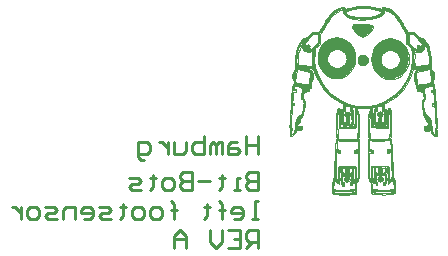
<source format=gbo>
G04 Layer_Color=32896*
%FSLAX44Y44*%
%MOMM*%
G71*
G01*
G75*
%ADD39C,0.2540*%
%ADD61C,0.0035*%
G36*
X626373Y150800D02*
X626664Y150722D01*
X627075Y150402D01*
X627372Y149947D01*
X627393Y149909D01*
X627909Y147666D01*
X628036Y144380D01*
X628005Y140238D01*
X627938Y135288D01*
X627940Y135283D01*
X627941Y135278D01*
X627943Y135277D01*
X627943Y135275D01*
X627948Y135273D01*
X627952Y135270D01*
X628026Y135252D01*
X628027D01*
X628028Y135251D01*
X628632Y135194D01*
X628633Y135194D01*
X628633Y135194D01*
X629454Y135161D01*
X629455D01*
X631538Y135166D01*
X631539D01*
X633941Y135239D01*
X633941D01*
X636106Y135337D01*
X636106D01*
X637947Y135440D01*
X639300Y135525D01*
X640003Y135572D01*
X640008Y135575D01*
X640014Y135577D01*
X640015Y135578D01*
X640016Y135579D01*
X640017Y135583D01*
X640021Y135590D01*
X640257Y139134D01*
X640257Y139135D01*
X640257Y139136D01*
Y142956D01*
X640259Y146806D01*
X640603Y149915D01*
X640781Y150205D01*
X641090Y150344D01*
X641566Y150297D01*
X641984Y150088D01*
X642580Y149383D01*
X643005Y148409D01*
X643335Y147177D01*
X643806Y144030D01*
Y144029D01*
X644056Y140203D01*
X644120Y136117D01*
X644022Y131978D01*
X643784Y128078D01*
X643420Y124712D01*
X643422Y124707D01*
Y124703D01*
X643423Y124701D01*
X643424Y124698D01*
X643429Y124696D01*
X643432Y124693D01*
X643853Y124531D01*
X644039Y124125D01*
X644165Y98397D01*
Y98390D01*
Y98379D01*
X644150Y95104D01*
X643889Y92522D01*
X643449Y90549D01*
X642901Y89100D01*
X642311Y88097D01*
X641747Y87462D01*
X641281Y87119D01*
X641280Y87118D01*
X641279Y87117D01*
X641276Y87111D01*
X641274Y87107D01*
X641274Y87105D01*
X641274Y87103D01*
X641464Y83872D01*
X641360Y81264D01*
X641155Y79517D01*
Y79517D01*
X641044Y78882D01*
Y78882D01*
X640968Y78513D01*
X640592Y78448D01*
X636953Y77921D01*
X636953D01*
X633504Y77656D01*
X630331Y77602D01*
X627511Y77709D01*
X625118Y77927D01*
X625118D01*
X623231Y78200D01*
X621918Y78478D01*
X621499Y78595D01*
X621126Y78808D01*
X620895Y79093D01*
X620835Y79337D01*
X620775Y79856D01*
X620782Y81284D01*
X620899Y83166D01*
X621085Y85265D01*
X621301Y87339D01*
X621507Y89132D01*
X621661Y90395D01*
X621721Y90871D01*
X621785Y91370D01*
X622283Y91364D01*
X622284D01*
X623248Y91352D01*
X623251Y91353D01*
X623253Y91353D01*
X623257Y91356D01*
X623261Y91358D01*
X623262Y91361D01*
X623264Y91362D01*
X623265Y91365D01*
X623267Y91371D01*
X623266Y91374D01*
X623266Y91376D01*
X623103Y91988D01*
X622998Y92475D01*
Y92475D01*
X622943Y92793D01*
X622927Y92906D01*
Y92906D01*
X622921Y92979D01*
X622985Y101902D01*
X623321Y110313D01*
X623824Y117914D01*
X624394Y124409D01*
X624587Y124774D01*
X624970Y124921D01*
X625015Y124916D01*
X625017Y124917D01*
X625019Y124916D01*
X625024Y124919D01*
X625028Y124920D01*
X625030Y124922D01*
X625032Y124923D01*
X625033Y124928D01*
X625036Y124933D01*
X625035Y124935D01*
X625036Y124937D01*
X624760Y127315D01*
X624551Y130652D01*
X624399Y135345D01*
X624381Y140270D01*
X624531Y144803D01*
X624891Y148355D01*
X625146Y149590D01*
X625608Y150477D01*
X626066Y150776D01*
X626220Y150805D01*
X626373Y150800D01*
D02*
G37*
G36*
X669412Y150927D02*
X669871Y150629D01*
X670335Y149742D01*
X670589Y148507D01*
X670949Y144955D01*
X671097Y140422D01*
X671081Y135497D01*
X670928Y130803D01*
X670717Y127466D01*
X670437Y125089D01*
X670438Y125086D01*
X670437Y125084D01*
X670440Y125079D01*
X670442Y125075D01*
X670443Y125074D01*
X670444Y125072D01*
X670450Y125070D01*
X670454Y125068D01*
X670456Y125068D01*
X670458Y125068D01*
X670512Y125073D01*
X670566D01*
X670917Y124908D01*
X671087Y124560D01*
X671656Y118066D01*
X672160Y110465D01*
X672494Y102054D01*
X672559Y93131D01*
X672552Y93057D01*
X672553Y93057D01*
X672536Y92944D01*
X672481Y92626D01*
Y92626D01*
X672377Y92140D01*
X672214Y91527D01*
X672214Y91525D01*
X672213Y91522D01*
X672215Y91519D01*
X672215Y91513D01*
X672218Y91511D01*
X672219Y91510D01*
X672222Y91508D01*
X672227Y91504D01*
X672230Y91505D01*
X672232Y91504D01*
X673197Y91516D01*
X673695Y91521D01*
X673759Y91023D01*
X673819Y90546D01*
X673973Y89284D01*
X674178Y87491D01*
X674395Y85416D01*
X674582Y83317D01*
X674698Y81435D01*
X674704Y80008D01*
X674643Y79486D01*
Y79486D01*
X674584Y79245D01*
X674354Y78959D01*
X673981Y78747D01*
X673561Y78629D01*
X672246Y78345D01*
X672246Y78344D01*
X670361Y78074D01*
X667970Y77860D01*
X665147Y77754D01*
X661972Y77808D01*
X658522Y78073D01*
X658522D01*
X654881Y78600D01*
X654505Y78664D01*
X654429Y79033D01*
Y79034D01*
X654319Y79669D01*
Y79669D01*
X654113Y81417D01*
X654009Y84028D01*
X654199Y87261D01*
X654199Y87263D01*
X654199Y87264D01*
X654196Y87269D01*
X654195Y87274D01*
X654193Y87275D01*
X654192Y87277D01*
X653731Y87615D01*
X653170Y88249D01*
X652579Y89252D01*
X652031Y90701D01*
X651592Y92673D01*
X651330Y95255D01*
X651313Y98531D01*
Y98542D01*
Y98548D01*
X651441Y124276D01*
X651627Y124683D01*
X652047Y124845D01*
X652051Y124847D01*
X652056Y124850D01*
X652056Y124853D01*
X652058Y124854D01*
Y124859D01*
X652060Y124864D01*
X651697Y128229D01*
X651457Y132129D01*
X651361Y136269D01*
X651423Y140354D01*
X651674Y144181D01*
Y144181D01*
X652143Y147328D01*
X652475Y148560D01*
X652899Y149535D01*
X653495Y150239D01*
X653914Y150448D01*
X654390Y150496D01*
X654700Y150356D01*
X654877Y150066D01*
X655220Y146958D01*
X655222Y143108D01*
X655223Y139288D01*
X655224Y139287D01*
X655223Y139286D01*
X655458Y135741D01*
X655460Y135736D01*
X655462Y135730D01*
X655464Y135730D01*
X655464Y135729D01*
X655469Y135727D01*
X655475Y135724D01*
X656180Y135676D01*
X657534Y135591D01*
X659375Y135489D01*
X659375D01*
X661538Y135390D01*
X661538D01*
X663941Y135317D01*
X663942D01*
X666024Y135312D01*
X666025D01*
X666846Y135345D01*
X666847Y135346D01*
X666848Y135345D01*
X667450Y135403D01*
X667452Y135404D01*
X667453Y135403D01*
X667526Y135421D01*
X667530Y135424D01*
X667535Y135427D01*
X667536Y135428D01*
X667538Y135430D01*
X667538Y135434D01*
X667540Y135440D01*
X667475Y140389D01*
X667444Y144531D01*
X667572Y147817D01*
X668085Y150059D01*
X668109Y150099D01*
Y150100D01*
X668406Y150555D01*
X668816Y150874D01*
X669107Y150951D01*
X669261D01*
X669412Y150927D01*
D02*
G37*
G36*
X591556Y135873D02*
X591557D01*
X592570Y135839D01*
X593862Y135725D01*
X593863D01*
X595661Y135436D01*
X595729Y134738D01*
X595671Y134049D01*
X595487Y133283D01*
Y133283D01*
X595180Y132367D01*
X593899Y132366D01*
X592727Y132372D01*
X591904Y132461D01*
X591553Y132499D01*
X590640Y132752D01*
X590673Y132920D01*
Y132921D01*
X590673Y132922D01*
X590941Y135905D01*
X591556Y135873D01*
D02*
G37*
G36*
X595728Y145129D02*
Y145129D01*
X595704Y145057D01*
X594436Y144547D01*
X594434Y144545D01*
X594431Y144544D01*
X593166Y143540D01*
X593164Y143537D01*
X593162Y143536D01*
X592273Y142251D01*
X592272Y142249D01*
X592271Y142247D01*
X591661Y140708D01*
Y140706D01*
X591660Y140704D01*
X591004Y137027D01*
X591004Y137026D01*
X591003Y137025D01*
X590941Y136334D01*
X590563Y135956D01*
X590562Y135955D01*
X590560Y135950D01*
X590557Y135943D01*
X590557Y135943D01*
X590557Y135942D01*
X590559Y135936D01*
X590562Y135930D01*
X590562Y135929D01*
X590562Y135929D01*
X590568Y135927D01*
X590575Y135923D01*
X590903Y135907D01*
X590635Y132926D01*
X590604Y132762D01*
X590262Y132857D01*
X590090Y132988D01*
Y132989D01*
X590273Y135038D01*
X590454Y137062D01*
X590453Y137063D01*
X590712Y139009D01*
X591127Y140827D01*
X591777Y142459D01*
X592745Y143858D01*
X594108Y144970D01*
X595910Y145729D01*
X595728Y145129D01*
D02*
G37*
G36*
X651683Y237303D02*
X651683D01*
X655715Y236723D01*
X659621Y235784D01*
X659621D01*
X663382Y234500D01*
X663383D01*
X663386Y234499D01*
X663391Y234501D01*
X663396Y234501D01*
X663397Y234503D01*
X663399Y234503D01*
X663402Y234508D01*
X663405Y234512D01*
Y234514D01*
X663406Y234516D01*
X663486Y235571D01*
X663563Y236557D01*
X664544Y236446D01*
X668355Y235467D01*
X671675Y233649D01*
X674508Y231283D01*
X676848Y228669D01*
Y228669D01*
X678654Y226166D01*
X678655D01*
X680005Y223943D01*
X680903Y222230D01*
X681350Y221264D01*
X681351Y221264D01*
X681351Y221262D01*
X685261Y215443D01*
X685263Y215442D01*
X685264Y215440D01*
X685269Y215438D01*
X685273Y215435D01*
X685275Y215435D01*
X685277Y215435D01*
X690139Y215532D01*
X690561Y215538D01*
X690852Y215229D01*
X690852Y215228D01*
X695046Y210737D01*
X695052Y210734D01*
X695056Y210731D01*
X696486Y210456D01*
X697799Y209858D01*
X698987Y208984D01*
X700039Y207884D01*
X701909Y204924D01*
X703316Y201391D01*
X704320Y197550D01*
X704930Y193673D01*
X705154Y190014D01*
X704994Y186839D01*
X704893Y186000D01*
X704091D01*
X704091Y186000D01*
X704090Y186000D01*
X703969Y185989D01*
X703969Y185989D01*
X703968Y185989D01*
X703514Y185928D01*
X703513Y185928D01*
X702816Y185841D01*
X702815D01*
X701919Y185728D01*
X701593Y185686D01*
X701580Y185679D01*
X701576Y185665D01*
X701733Y184428D01*
Y184427D01*
Y184427D01*
X701739Y184418D01*
X701741Y184415D01*
X701741D01*
X701741Y184415D01*
X701748Y184413D01*
X701755Y184411D01*
X701755Y184412D01*
X704319Y184866D01*
X704900Y184966D01*
X704976Y184379D01*
X705031Y183967D01*
X705035Y183962D01*
X705036Y183957D01*
X706386Y182375D01*
X707151Y180666D01*
X707457Y178931D01*
X707426Y177267D01*
X707179Y175780D01*
X706839Y174566D01*
X706527Y173725D01*
Y173725D01*
X706366Y173363D01*
Y173358D01*
X706365Y173353D01*
X706467Y172559D01*
X706526Y172101D01*
X706438Y172070D01*
X706432Y172064D01*
X706429Y172062D01*
X706428Y172061D01*
X706427Y172060D01*
X706427Y172054D01*
X706426Y172048D01*
X706662Y170957D01*
X706665Y170952D01*
X706667Y170948D01*
X706669Y170947D01*
X706670Y170945D01*
X706675Y170944D01*
X706680Y170942D01*
X706805D01*
X706969Y170896D01*
X707156Y170752D01*
X707233Y170631D01*
X707311Y170446D01*
X707510Y169522D01*
X707704Y168016D01*
X707910Y165971D01*
X708352Y160630D01*
X708801Y154278D01*
X709020Y150970D01*
X709227Y147706D01*
X709420Y144587D01*
X709594Y141713D01*
X709744Y139186D01*
Y139186D01*
X709867Y137107D01*
X709958Y135576D01*
X710013Y134693D01*
Y134693D01*
X710049Y134194D01*
X709556Y134100D01*
X709554Y134099D01*
X709553D01*
X709456Y134063D01*
X709453Y134060D01*
X709450Y134059D01*
X709273Y133889D01*
X709272Y133885D01*
X709269Y133882D01*
X709198Y133690D01*
Y133687D01*
X709197Y133684D01*
X709192Y133341D01*
X709193Y133338D01*
X709193Y133336D01*
X709334Y132801D01*
X709335Y132800D01*
Y132798D01*
X709701Y132031D01*
X709701Y132030D01*
Y132029D01*
X709782Y131889D01*
X709771Y131731D01*
Y131730D01*
Y131730D01*
X709614Y128027D01*
X709596Y127576D01*
X709151Y127500D01*
X709151D01*
X708963Y127479D01*
X708467Y127480D01*
X707760Y127595D01*
X706939Y127922D01*
X706187Y128469D01*
X705487Y129309D01*
X704904Y130479D01*
X704492Y132026D01*
X704489Y132031D01*
X704485Y132036D01*
X704484Y132037D01*
X704484Y132037D01*
X704478Y132038D01*
X704471Y132040D01*
X702126Y131675D01*
X699833Y131676D01*
X699503Y131781D01*
X699289Y132054D01*
X698970Y133021D01*
Y133022D01*
X698771Y133865D01*
X698705Y134649D01*
X698776Y135446D01*
X698936Y135742D01*
X699231Y135901D01*
X700541Y136126D01*
X700541D01*
X701573Y136257D01*
X702399Y136321D01*
X703099Y136348D01*
X703104Y136350D01*
X703109Y136351D01*
X703110Y136353D01*
X703112Y136354D01*
X703114Y136359D01*
X703117Y136364D01*
X703116Y136365D01*
X703117Y136367D01*
X703114Y136373D01*
X703113Y136377D01*
X701368Y138853D01*
X700127Y141472D01*
X699594Y142938D01*
X699219Y144143D01*
X699219Y144144D01*
X699000Y144960D01*
Y144960D01*
X698970Y145094D01*
X698968Y145097D01*
X698968Y145099D01*
X698965Y145102D01*
X698962Y145106D01*
X698959Y145106D01*
X698957Y145108D01*
X698836Y145144D01*
X698835D01*
X698431Y145256D01*
X698419Y145672D01*
X698419Y145672D01*
X698419Y145673D01*
X698236Y147322D01*
X698236Y147323D01*
Y147323D01*
X697870Y149130D01*
Y149131D01*
X697442Y151025D01*
X697442Y151026D01*
X697073Y152936D01*
X696891Y154806D01*
X697043Y156585D01*
X697620Y158052D01*
X698711Y159292D01*
X698716Y159305D01*
Y159306D01*
X698455Y162718D01*
X698453Y162723D01*
X698451Y162729D01*
X697753Y163635D01*
X697751Y163636D01*
X697750Y163638D01*
X696952Y164291D01*
X696950Y164292D01*
X696948Y164293D01*
X696109Y164736D01*
X696108D01*
X696107Y164737D01*
X695287Y165008D01*
X695286D01*
X695285Y165009D01*
X694543Y165150D01*
X694542Y165150D01*
X694541Y165150D01*
X693938Y165200D01*
X693937Y165199D01*
X693937Y165200D01*
X693530Y165200D01*
X693530Y165200D01*
X693529Y165200D01*
X693399Y165192D01*
X693169Y168005D01*
Y168005D01*
X693163Y168018D01*
X693149Y168022D01*
X693149D01*
X692257Y167946D01*
X691950Y167920D01*
X691790Y170011D01*
X691790Y170013D01*
Y170013D01*
X691369Y172558D01*
X691368Y172560D01*
Y172563D01*
X690573Y174290D01*
X690062Y176497D01*
X690156Y179094D01*
X691175Y181993D01*
X691174Y181996D01*
X691176Y181999D01*
Y182023D01*
X691175Y182024D01*
X691176Y182025D01*
X691129Y182541D01*
X691638Y182629D01*
X693244Y182914D01*
X693257Y182922D01*
X693260Y182936D01*
X693117Y183748D01*
X693116Y183749D01*
Y183750D01*
X692854Y184521D01*
X692850Y184526D01*
X692847Y184530D01*
X692846Y184531D01*
X692844Y184532D01*
X692838Y184533D01*
X692833Y184534D01*
X692130Y184441D01*
X691306Y184333D01*
X690622Y184244D01*
X690622Y184244D01*
X690336Y184207D01*
X689712Y184128D01*
X689708Y184126D01*
X689706Y184125D01*
X689703Y184123D01*
X689700Y184120D01*
X689699Y184118D01*
X689696Y184114D01*
X688245Y179282D01*
X686265Y174706D01*
X683789Y170420D01*
X680859Y166464D01*
X677504Y162870D01*
X673764Y159676D01*
X669676Y156915D01*
X665270Y154623D01*
X665268Y154621D01*
X665266Y154620D01*
X665264Y154616D01*
X665261Y154612D01*
X665261Y154609D01*
X665260Y154607D01*
Y150394D01*
X665262Y150390D01*
Y150387D01*
X665264Y150385D01*
X665266Y150381D01*
X665269Y150379D01*
X665271Y150377D01*
X665677Y150189D01*
X665682D01*
X665686Y150187D01*
X666648D01*
X666636Y149224D01*
X666551Y143441D01*
Y143441D01*
Y143374D01*
Y143374D01*
X666569Y142328D01*
X666545Y141214D01*
X666524Y139924D01*
Y139923D01*
Y139923D01*
X666551Y138343D01*
Y138343D01*
X666587Y137408D01*
X665865Y137543D01*
X665863Y137543D01*
X665860Y137544D01*
X665769Y137537D01*
X665765Y137535D01*
X665761Y137535D01*
X665759Y137532D01*
X665756Y137530D01*
X665755Y137526D01*
X665752Y137523D01*
X665577Y136885D01*
X665306Y136508D01*
X664932Y136233D01*
X664474Y136043D01*
X663960Y135925D01*
X663870Y135913D01*
X663782D01*
X663177Y136015D01*
X662638Y136253D01*
X662216Y136591D01*
X661957Y136993D01*
X661873Y137371D01*
X661869Y137376D01*
X661867Y137380D01*
X661865Y137381D01*
X661864Y137382D01*
X661859Y137383D01*
X661854Y137386D01*
X660866D01*
X660863Y137384D01*
X660860D01*
X660857Y137381D01*
X660853Y137380D01*
X660852Y137377D01*
X660849Y137375D01*
X660567Y136763D01*
X660146Y136304D01*
X659315Y135974D01*
X658564Y135991D01*
X658421Y136003D01*
X658292Y136057D01*
X657606Y136472D01*
X657179Y137043D01*
X657066Y137403D01*
X657063Y137406D01*
X657061Y137410D01*
X657058Y137411D01*
X657056Y137414D01*
X657053Y137414D01*
X657048Y137416D01*
X656885Y137423D01*
X656884D01*
X655946Y137465D01*
X655975Y138403D01*
X656127Y143216D01*
Y143216D01*
Y143217D01*
Y143235D01*
X656205Y149054D01*
X656217Y149880D01*
X657038Y149987D01*
X657383Y150029D01*
X657389Y150033D01*
X657394Y150035D01*
X657394Y150036D01*
X657395Y150037D01*
X657397Y150042D01*
X657400Y150048D01*
Y151934D01*
X657399Y151936D01*
X657399Y151937D01*
X657396Y151941D01*
X657394Y151947D01*
X657393Y151948D01*
X657392Y151949D01*
X657386Y151951D01*
X657381Y151953D01*
X657379Y151952D01*
X657378Y151952D01*
X652542Y151101D01*
X647536Y150801D01*
X642492Y151023D01*
X637597Y151752D01*
X637596Y151751D01*
X637595Y151752D01*
X637589Y151749D01*
X637583Y151748D01*
X637583Y151747D01*
X637581Y151746D01*
X637579Y151740D01*
X637576Y151736D01*
X637577Y151734D01*
X637576Y151733D01*
Y149793D01*
X637579Y149786D01*
X637580Y149782D01*
X637581Y149781D01*
X637581Y149780D01*
X637587Y149777D01*
X637593Y149774D01*
X637933Y149733D01*
X637933Y149733D01*
X638753Y149625D01*
X638765Y148799D01*
X638843Y142980D01*
Y142980D01*
X638923Y140833D01*
Y140833D01*
X638985Y139551D01*
X639014Y138779D01*
X638995Y138155D01*
X638996Y138155D01*
X638995Y138154D01*
X639025Y137221D01*
X638091Y137173D01*
X637928Y137168D01*
X637924Y137166D01*
X637920Y137166D01*
X637918Y137163D01*
X637915Y137162D01*
X637913Y137158D01*
X637910Y137155D01*
X637796Y136785D01*
X637654Y136502D01*
X637491Y136284D01*
X637266Y136104D01*
X636928Y135936D01*
X636797Y135882D01*
X636654Y135870D01*
X636653D01*
X636337Y135833D01*
X636033Y135827D01*
X635709Y135906D01*
X635334Y136128D01*
X634911Y136597D01*
X634624Y137223D01*
X634622Y137225D01*
X634620Y137229D01*
X634616Y137230D01*
X634614Y137233D01*
X634611D01*
X634607Y137234D01*
X633624D01*
X633620Y137232D01*
X633615Y137231D01*
X633613Y137230D01*
X633611Y137229D01*
X633609Y137224D01*
X633606Y137219D01*
X633516Y136834D01*
X633263Y136412D01*
X632859Y136031D01*
X632337Y135749D01*
X631738Y135628D01*
X631649D01*
X631564Y135639D01*
X630688Y135963D01*
X630132Y136630D01*
X629958Y137270D01*
X629954Y137274D01*
X629953Y137277D01*
X629951Y137278D01*
X629949Y137281D01*
X629944Y137282D01*
X629941Y137283D01*
X629850Y137289D01*
X629849D01*
X628935Y137301D01*
X628946Y138275D01*
X628974Y139857D01*
Y139857D01*
Y139857D01*
X628956Y141150D01*
Y141150D01*
X628935Y142263D01*
X628953Y143307D01*
Y143307D01*
Y143374D01*
Y143375D01*
X628862Y149157D01*
X628844Y150120D01*
X630431D01*
X630444Y150126D01*
X630450Y150139D01*
Y154328D01*
X630449Y154331D01*
X630449Y154334D01*
X630446Y154338D01*
X630444Y154341D01*
X630442Y154343D01*
X630439Y154345D01*
X625943Y156630D01*
X621751Y159408D01*
X617904Y162640D01*
X614445Y166285D01*
X611420Y170304D01*
X608868Y174658D01*
X606835Y179304D01*
Y179305D01*
X605359Y184211D01*
X605357Y184214D01*
X605356Y184217D01*
X605353Y184219D01*
X605350Y184222D01*
X605347Y184223D01*
X605344Y184224D01*
X604677Y184310D01*
X604392Y184347D01*
X604391Y184348D01*
X603706Y184436D01*
X603705Y184437D01*
X602880Y184545D01*
X602174Y184636D01*
X602168Y184635D01*
X602163Y184634D01*
X602162Y184633D01*
X602160Y184632D01*
X602157Y184627D01*
X602154Y184624D01*
X601895Y183852D01*
Y183850D01*
X601894Y183849D01*
X601752Y183039D01*
Y183039D01*
X601755Y183025D01*
X601768Y183017D01*
X603373Y182732D01*
X603891Y182645D01*
X603837Y182129D01*
X603838Y182127D01*
X603837Y182127D01*
Y182102D01*
X603839Y182099D01*
X603838Y182096D01*
X604857Y179194D01*
X604948Y176594D01*
X604436Y174386D01*
X603639Y172660D01*
Y172658D01*
X603638Y172656D01*
X603217Y170116D01*
Y170116D01*
X603217Y170114D01*
X603056Y168029D01*
X602751Y168055D01*
X601857Y168131D01*
X601857D01*
X601843Y168126D01*
X601839Y168118D01*
X601837Y168113D01*
Y168113D01*
X601614Y165295D01*
X601485Y165303D01*
X601484Y165303D01*
X601484Y165303D01*
X601077D01*
X601077Y165303D01*
X601076Y165303D01*
X600472Y165255D01*
X600471Y165255D01*
X600471D01*
X599728Y165115D01*
X599727Y165114D01*
X599726D01*
X598907Y164844D01*
X598906Y164843D01*
X598904D01*
X598065Y164403D01*
X598064Y164401D01*
X598062Y164401D01*
X597263Y163747D01*
X597262Y163745D01*
X597260Y163744D01*
X596562Y162838D01*
X596560Y162832D01*
X596558Y162827D01*
X596296Y159409D01*
X596301Y159396D01*
X596301D01*
Y159395D01*
X597396Y158156D01*
X597976Y156688D01*
X598129Y154909D01*
X597945Y153038D01*
X597576Y151129D01*
X597146Y149234D01*
Y149234D01*
X596779Y147427D01*
Y147426D01*
X596778Y147425D01*
X596594Y145779D01*
X596470Y145446D01*
X596174Y145245D01*
X595750Y145075D01*
X595764Y145118D01*
X595764Y145118D01*
X595958Y145757D01*
X595958Y145762D01*
Y145769D01*
X595957Y145770D01*
Y145771D01*
X595953Y145774D01*
X595947Y145780D01*
X595947D01*
X595946Y145780D01*
X595940Y145780D01*
X595933D01*
X594091Y145004D01*
X594089Y145002D01*
X594086Y145001D01*
X592719Y143886D01*
X592718Y143884D01*
X592716Y143883D01*
X591746Y142479D01*
X591745Y142477D01*
X591744Y142475D01*
X591091Y140838D01*
Y140837D01*
X591090Y140836D01*
X590675Y139016D01*
Y139016D01*
X590674Y139015D01*
X590416Y137066D01*
Y137066D01*
Y137065D01*
X590235Y135041D01*
X590053Y132993D01*
X590053Y132992D01*
X590053Y132991D01*
Y132979D01*
X590054Y132977D01*
X590053Y132976D01*
X590056Y132971D01*
X590058Y132965D01*
X590059Y132965D01*
X590060Y132964D01*
X590242Y132824D01*
X590246Y132823D01*
X590249Y132821D01*
X590596Y132725D01*
X590270Y131041D01*
X589666Y129634D01*
X588909Y128649D01*
X588074Y128024D01*
X587253Y127699D01*
X586545Y127583D01*
X586049Y127582D01*
X585865Y127602D01*
X585543Y127789D01*
X585399Y128134D01*
X585241Y131831D01*
X585313Y132136D01*
X585679Y132901D01*
Y132904D01*
X585680Y132905D01*
X585821Y133439D01*
X585821Y133441D01*
X585822Y133444D01*
X585817Y133787D01*
X585815Y133790D01*
X585816Y133793D01*
X585744Y133986D01*
X585741Y133989D01*
X585739Y133993D01*
X585564Y134161D01*
X585561Y134163D01*
X585558Y134165D01*
X585463Y134201D01*
X585122Y134418D01*
X584999Y134799D01*
X585055Y135679D01*
X585145Y137210D01*
X585269Y139290D01*
X585419Y141816D01*
X585594Y144690D01*
X585786Y147809D01*
X585993Y151073D01*
X586211Y154381D01*
Y154381D01*
X586665Y160733D01*
X587109Y166073D01*
X587315Y168118D01*
X587509Y169625D01*
X587702Y170548D01*
X587780Y170735D01*
X587856Y170854D01*
X588044Y170998D01*
X588303Y171050D01*
X588329Y171046D01*
X588329D01*
X588332Y171046D01*
X588343Y171049D01*
X588343Y171049D01*
X588346Y171052D01*
X588351Y171060D01*
X588587Y172151D01*
X588586Y172159D01*
X588585Y172163D01*
X588585Y172164D01*
X588584Y172165D01*
X588579Y172169D01*
X588575Y172173D01*
X588486Y172204D01*
X588545Y172662D01*
X588648Y173462D01*
X588646Y173468D01*
Y173472D01*
X588487Y173834D01*
Y173834D01*
X588174Y174674D01*
X587834Y175889D01*
X587587Y177376D01*
X587557Y179041D01*
X587864Y180776D01*
X588632Y182484D01*
X589984Y184066D01*
X589985Y184071D01*
X589988Y184076D01*
X590042Y184482D01*
X590113Y185069D01*
X590694Y184969D01*
X593257Y184515D01*
X593258Y184514D01*
X593268Y184517D01*
X593271Y184518D01*
Y184518D01*
X593272D01*
X593279Y184529D01*
X593279Y184530D01*
X593280Y184531D01*
X593443Y185773D01*
X593439Y185787D01*
X593427Y185795D01*
X593094Y185838D01*
X592199Y185951D01*
X591499Y186037D01*
X591044Y186097D01*
X591044Y186098D01*
X590922Y186110D01*
X590921Y186110D01*
X590920Y186110D01*
X590119D01*
X590019Y186948D01*
X589860Y190123D01*
X590084Y193782D01*
X590694Y197659D01*
X591696Y201500D01*
X593105Y205034D01*
X594973Y207992D01*
X596026Y209093D01*
X597216Y209967D01*
X598526Y210565D01*
X599955Y210841D01*
X599960Y210844D01*
X599966Y210846D01*
X604160Y215337D01*
X604161Y215337D01*
X604452Y215647D01*
X604874Y215641D01*
X609821Y215538D01*
X609823Y215539D01*
X609825Y215538D01*
X609830Y215541D01*
X609834Y215543D01*
X609835Y215544D01*
X609837Y215546D01*
X613788Y221360D01*
X613789Y221362D01*
X613790Y221363D01*
X614160Y222176D01*
X614997Y223807D01*
X616310Y226012D01*
X618104Y228553D01*
X620465Y231251D01*
X623337Y233706D01*
X626724Y235600D01*
X630621Y236615D01*
X631601Y236728D01*
X631678Y235740D01*
X631770Y234558D01*
X631771Y234556D01*
X631770Y234554D01*
X631774Y234550D01*
X631776Y234545D01*
X631778Y234545D01*
X631780Y234543D01*
X631785Y234542D01*
X631790Y234541D01*
X631792Y234542D01*
X631794D01*
X635533Y235807D01*
X635534D01*
X639416Y236735D01*
X639417Y236736D01*
X643421Y237304D01*
X643421D01*
X647536Y237500D01*
X651683Y237303D01*
D02*
G37*
G36*
X595391Y144125D02*
X595391Y144125D01*
X594914Y142851D01*
X594302Y141410D01*
Y141410D01*
X593558Y139901D01*
X592684Y138423D01*
X591685Y137076D01*
X590983Y136376D01*
X591041Y137022D01*
Y137022D01*
X591696Y140696D01*
X592304Y142230D01*
X593192Y143512D01*
X594453Y144514D01*
X595688Y145010D01*
X595391Y144125D01*
D02*
G37*
G36*
X590906Y135944D02*
X590619Y135959D01*
X590936Y136276D01*
X590906Y135944D01*
D02*
G37*
%LPC*%
G36*
X626354Y149443D02*
X626347Y149441D01*
X626342Y149441D01*
X626341Y149440D01*
X626340Y149440D01*
X626336Y149434D01*
X626333Y149430D01*
X626332Y149428D01*
X626167Y148932D01*
Y148931D01*
X626166Y148930D01*
X625999Y148173D01*
Y148172D01*
X625998Y148171D01*
X625802Y146634D01*
Y146634D01*
Y146633D01*
X625658Y144745D01*
Y144744D01*
Y144744D01*
X625560Y142589D01*
Y142589D01*
Y142589D01*
X625508Y140253D01*
Y140253D01*
X625526Y135364D01*
Y135364D01*
Y135364D01*
X625677Y130705D01*
Y130704D01*
Y130704D01*
X625915Y127206D01*
X625916Y127206D01*
X625915Y127205D01*
X626192Y125005D01*
X626194Y125002D01*
X626195Y124997D01*
X626199Y124995D01*
X626200Y124993D01*
X626203Y124992D01*
X626207Y124989D01*
X628347Y124516D01*
X628348Y124517D01*
X628350Y124516D01*
X634709Y124314D01*
X634710Y124315D01*
X634711Y124314D01*
X641560Y124570D01*
X641562Y124571D01*
X641564Y124571D01*
X642237Y124753D01*
X642238Y124753D01*
X642239D01*
X642270Y124766D01*
X642271Y124768D01*
X642274Y124769D01*
X642277Y124773D01*
X642280Y124776D01*
Y124779D01*
X642281Y124781D01*
X642645Y128079D01*
Y128079D01*
Y128080D01*
X642887Y131951D01*
Y131951D01*
X642991Y136081D01*
Y136081D01*
Y136082D01*
X642930Y140155D01*
X642930Y140156D01*
X642930Y140156D01*
X642682Y143917D01*
X642682Y143918D01*
X642682Y143918D01*
X642233Y146936D01*
X642233Y146936D01*
Y146938D01*
X641930Y148051D01*
X641930Y148052D01*
Y148053D01*
X641602Y148819D01*
X641599Y148822D01*
X641597Y148826D01*
X641590Y148832D01*
X641585Y148834D01*
X641579Y148837D01*
X641577Y148836D01*
X641577Y148836D01*
X641572Y148834D01*
X641566Y148832D01*
X641565Y148831D01*
X641564Y148830D01*
X641562Y148825D01*
X641559Y148819D01*
X641385Y146192D01*
X641385Y146191D01*
X641385Y146191D01*
X641384Y142968D01*
X641385Y138839D01*
X641081Y134948D01*
X640901Y134622D01*
X640561Y134470D01*
X640000Y134434D01*
X638509Y134341D01*
X636402Y134223D01*
X633982Y134112D01*
X631561Y134038D01*
X629432Y134034D01*
X627869Y134137D01*
X627322Y134263D01*
X627049Y134424D01*
X626898Y134614D01*
X626812Y134906D01*
X626806Y134927D01*
X626875Y140103D01*
Y140103D01*
X626910Y144375D01*
X626909Y144375D01*
X626910Y144376D01*
X626761Y147556D01*
X626760Y147558D01*
X626761Y147559D01*
X626381Y149410D01*
X626379Y149413D01*
X626379Y149416D01*
X626366Y149434D01*
X626361Y149438D01*
X626357Y149442D01*
X626355D01*
X626354Y149443D01*
D02*
G37*
G36*
X588712Y169810D02*
X588711D01*
X588706Y169809D01*
X588698Y169807D01*
X588697Y169806D01*
X588697D01*
X588692Y169799D01*
X588689Y169795D01*
Y169794D01*
X588689Y169794D01*
Y169794D01*
X588617Y169449D01*
Y169449D01*
X588617Y169448D01*
X588468Y168288D01*
Y168287D01*
X588307Y166738D01*
X588307Y166736D01*
X588307Y166736D01*
X588309Y166731D01*
X588311Y166724D01*
X588312Y166723D01*
X588312Y166723D01*
X588317Y166721D01*
X588324Y166717D01*
X588325Y166717D01*
X588326Y166717D01*
X590295D01*
Y164966D01*
X588157D01*
X588151Y164964D01*
X588144Y164962D01*
X588144Y164961D01*
X588143Y164961D01*
X588141Y164955D01*
X588138Y164949D01*
X587780Y160526D01*
Y160526D01*
X587416Y155439D01*
X587416Y155438D01*
X587416Y155437D01*
X587418Y155432D01*
X587421Y155425D01*
X587421Y155425D01*
X587422Y155424D01*
X587427Y155421D01*
X587434Y155418D01*
X587434Y155419D01*
X587435Y155418D01*
X588986D01*
Y153201D01*
X587283D01*
X587275Y153198D01*
X587271Y153196D01*
Y153196D01*
X587270Y153196D01*
X587267Y153189D01*
X587264Y153184D01*
X587064Y150111D01*
X586876Y147120D01*
X586701Y144285D01*
X586544Y141683D01*
X586407Y139389D01*
X586294Y137479D01*
X586206Y136030D01*
X586149Y135114D01*
X586150Y135113D01*
Y135112D01*
X586151Y135110D01*
X586154Y135100D01*
X586155Y135100D01*
X586155Y135099D01*
X586710Y134562D01*
X586903Y134056D01*
X586928Y133421D01*
X586761Y132657D01*
X586376Y131762D01*
Y131758D01*
X586374Y131754D01*
X586501Y128717D01*
X586502Y128715D01*
X586502Y128714D01*
X586505Y128709D01*
X586507Y128704D01*
X586509Y128703D01*
X586509Y128702D01*
X586514Y128701D01*
X586521Y128699D01*
X586522Y128699D01*
X586523Y128699D01*
X586983Y128784D01*
X586985Y128785D01*
X586987D01*
X587533Y129009D01*
X587535Y129011D01*
X587537Y129012D01*
X588136Y129453D01*
X588138Y129455D01*
X588140Y129456D01*
X588718Y130205D01*
X588719Y130208D01*
X588721Y130210D01*
X589202Y131368D01*
Y131370D01*
X589203Y131372D01*
X589514Y133041D01*
X589514Y133042D01*
X589515Y133043D01*
X589876Y137141D01*
Y137141D01*
X590581Y141035D01*
X591258Y142700D01*
X592267Y144162D01*
X593662Y145353D01*
X595499Y146206D01*
X595500Y146208D01*
X595502Y146208D01*
X595505Y146212D01*
X595509Y146217D01*
Y146219D01*
X595510Y146220D01*
X596097Y149714D01*
Y149714D01*
X596831Y153214D01*
X596830Y153215D01*
X596831Y153216D01*
X596999Y154931D01*
X596999Y154933D01*
X596999Y154935D01*
X596874Y156445D01*
X596872Y156448D01*
Y156450D01*
X596381Y157698D01*
X596378Y157701D01*
X596377Y157705D01*
X595396Y158699D01*
X595396D01*
X595204Y158922D01*
X595146Y159209D01*
X595843Y168129D01*
X595842Y168134D01*
X595841Y168139D01*
X595840Y168140D01*
X595839Y168142D01*
X595834Y168144D01*
X595830Y168148D01*
X593913Y168766D01*
X593912D01*
X593911Y168767D01*
X591543Y169312D01*
X591542D01*
X590502Y169512D01*
X590502D01*
X589674Y169658D01*
X589073Y169756D01*
X589072D01*
X588712Y169809D01*
X588712Y169810D01*
D02*
G37*
G36*
X700311Y144508D02*
X700310Y144507D01*
X700310D01*
X700306Y144504D01*
X700300Y144499D01*
Y144499D01*
X700299Y144498D01*
X700298Y144492D01*
X700297Y144485D01*
X700303Y144455D01*
X700304Y144454D01*
Y144454D01*
X700664Y143297D01*
X700664Y143297D01*
Y143296D01*
X701176Y141889D01*
X701177Y141888D01*
Y141887D01*
X702361Y139407D01*
X702362Y139406D01*
X702363Y139404D01*
X703955Y137138D01*
X703958Y137136D01*
X703959Y137134D01*
X703964Y137133D01*
X703967Y137130D01*
X703970Y137131D01*
X703973Y137130D01*
X703977Y137133D01*
X703981Y137134D01*
X703983Y137136D01*
X703985Y137138D01*
X703987Y137142D01*
X703989Y137146D01*
X703988Y137148D01*
X703989Y137151D01*
X703743Y138950D01*
X703743Y138951D01*
Y138952D01*
X703359Y140603D01*
X703358Y140604D01*
Y140605D01*
X702984Y141642D01*
X702983Y141643D01*
Y141644D01*
X702501Y142576D01*
X702500Y142577D01*
X702499Y142579D01*
X701882Y143397D01*
X701881Y143398D01*
X701880Y143400D01*
X701104Y144098D01*
X701102Y144099D01*
X701100Y144101D01*
X700324Y144506D01*
X700318Y144506D01*
X700311Y144508D01*
D02*
G37*
G36*
X669125Y149594D02*
X669124Y149593D01*
X669122D01*
X669118Y149590D01*
X669112Y149586D01*
X669100Y149568D01*
X669099Y149564D01*
X669097Y149561D01*
X668720Y147711D01*
X668720Y147709D01*
X668719Y147708D01*
X668570Y144527D01*
X668571Y144526D01*
X668570Y144526D01*
X668605Y140255D01*
Y140254D01*
X668672Y135078D01*
X668667Y135056D01*
X668583Y134765D01*
X668431Y134575D01*
X668158Y134414D01*
X667609Y134289D01*
X666047Y134185D01*
X663921Y134190D01*
X661498Y134264D01*
X659079Y134375D01*
X656971Y134492D01*
X655480Y134585D01*
X654918Y134622D01*
X654578Y134774D01*
X654399Y135099D01*
X654094Y138991D01*
X654096Y143120D01*
X654095Y146342D01*
X654095Y146343D01*
X654095Y146343D01*
X653920Y148971D01*
X653916Y148977D01*
X653914Y148983D01*
X653913D01*
X653913Y148984D01*
X653905Y148987D01*
X653900Y148988D01*
X653899D01*
X653892Y148984D01*
X653887Y148982D01*
X653887Y148982D01*
X653882Y148976D01*
X653881Y148974D01*
X653878Y148971D01*
X653550Y148205D01*
Y148204D01*
X653549Y148202D01*
X653246Y147089D01*
Y147088D01*
X653246Y147087D01*
X652798Y144070D01*
Y144069D01*
X652798Y144068D01*
X652549Y140308D01*
Y140307D01*
Y140307D01*
X652489Y136233D01*
Y136233D01*
Y136233D01*
X652592Y132103D01*
Y132103D01*
Y132102D01*
X652836Y128231D01*
X652836Y128231D01*
X652836Y128230D01*
X653197Y124933D01*
X653199Y124930D01*
Y124927D01*
X653202Y124925D01*
X653204Y124920D01*
X653207Y124920D01*
X653209Y124917D01*
X653239Y124905D01*
X653241D01*
X653242Y124904D01*
X653921Y124723D01*
X653923Y124723D01*
X653925Y124722D01*
X660769Y124466D01*
X660770Y124466D01*
X660770Y124466D01*
X667123Y124668D01*
X667124Y124668D01*
X667126Y124668D01*
X669272Y125140D01*
X669275Y125143D01*
X669279Y125144D01*
X669280Y125147D01*
X669283Y125149D01*
X669284Y125153D01*
X669286Y125156D01*
X669566Y127357D01*
X669565Y127358D01*
X669566Y127358D01*
X669801Y130856D01*
Y130856D01*
Y130857D01*
X669954Y135515D01*
Y135516D01*
Y135516D01*
X669972Y140404D01*
Y140404D01*
X669921Y142741D01*
X669823Y144896D01*
Y144896D01*
Y144896D01*
X669678Y146785D01*
X669677Y146785D01*
X669678Y146786D01*
X669480Y148323D01*
X669480Y148324D01*
Y148325D01*
X669313Y149082D01*
X669313Y149083D01*
Y149083D01*
X669146Y149581D01*
X669142Y149586D01*
X669139Y149591D01*
X669137Y149592D01*
X669137Y149592D01*
X669131Y149593D01*
X669125Y149594D01*
D02*
G37*
G36*
X704146Y135264D02*
X703296Y135227D01*
X703296D01*
X702401Y135186D01*
X702400D01*
X701308Y135083D01*
X701307Y135083D01*
X701307D01*
X699866Y134865D01*
X699866D01*
X699866Y134864D01*
X699865D01*
X699862Y134862D01*
X699853Y134858D01*
X699853Y134857D01*
X699852D01*
X699852Y134854D01*
X699848Y134845D01*
X699913Y133932D01*
X699914Y133930D01*
X699914Y133928D01*
X700231Y132815D01*
X700235Y132811D01*
X700236Y132807D01*
X700238Y132807D01*
X700240Y132804D01*
X700245Y132803D01*
X700249Y132802D01*
X702319Y132819D01*
X702321Y132819D01*
X702323Y132819D01*
X704330Y133196D01*
X704332Y133196D01*
X704337Y133200D01*
X704343Y133203D01*
X704343Y133204D01*
X704344Y133204D01*
X704345Y133209D01*
X704347Y133216D01*
X704166Y135247D01*
X704162Y135253D01*
X704159Y135259D01*
X704158Y135260D01*
X704157Y135260D01*
X704146Y135264D01*
D02*
G37*
G36*
X669999Y123868D02*
X669999D01*
X667519Y123577D01*
X662679Y123035D01*
X658256Y123056D01*
X655930Y123253D01*
X655930D01*
X654100Y123528D01*
X654099Y123529D01*
X653674Y123614D01*
X653673Y123614D01*
X653672Y123614D01*
X652581Y123681D01*
X652580Y123680D01*
X652580Y123681D01*
X652574Y123678D01*
X652567Y123676D01*
X652567Y123675D01*
X652566Y123675D01*
X652564Y123670D01*
X652561Y123663D01*
X652561Y123662D01*
X652561Y123662D01*
X652525Y116346D01*
X652527Y116340D01*
X652528Y116334D01*
X652530Y116333D01*
X652531Y116332D01*
X652536Y116329D01*
X652541Y116327D01*
X655985Y115760D01*
X655842Y112688D01*
X652535Y113315D01*
X652533Y113315D01*
X652532Y113315D01*
X652526Y113313D01*
X652521Y113312D01*
X652520Y113310D01*
X652518Y113310D01*
X652516Y113305D01*
X652513Y113300D01*
X652513Y113298D01*
X652513Y113297D01*
X652439Y98524D01*
Y98506D01*
X652455Y95325D01*
X652455Y95324D01*
X652455Y95323D01*
X652704Y92859D01*
X652705Y92858D01*
X652704Y92857D01*
X653110Y91027D01*
X653110Y91026D01*
Y91024D01*
X653592Y89740D01*
X653594Y89739D01*
X653594Y89737D01*
X654073Y88919D01*
X654076Y88917D01*
X654076Y88915D01*
X654081Y88913D01*
X654085Y88911D01*
X654087Y88911D01*
X654090Y88910D01*
X654094Y88912D01*
X654099Y88912D01*
X654101Y88914D01*
X654103Y88915D01*
X654105Y88919D01*
X654108Y88924D01*
X654108Y88926D01*
X654109Y88928D01*
X654142Y95121D01*
Y95121D01*
X654060Y101187D01*
X654233Y101583D01*
X654627Y101755D01*
X668457Y101748D01*
X668846Y101584D01*
X669025Y101204D01*
X669461Y91498D01*
X669485Y90934D01*
X669558Y89327D01*
X669571Y89006D01*
X669572Y89005D01*
X669571Y89003D01*
X669575Y88997D01*
X669577Y88993D01*
X669578Y88993D01*
X669579Y88991D01*
X669585Y88990D01*
X669590Y88988D01*
X669592Y88989D01*
X669594Y88989D01*
X669600Y88993D01*
X669603Y88995D01*
X669604Y88996D01*
X669605Y88997D01*
X670461Y90299D01*
X670461Y90301D01*
X670462Y90302D01*
X671022Y91646D01*
Y91647D01*
X671023Y91648D01*
X671332Y92713D01*
Y92714D01*
X671333Y92715D01*
X671432Y93180D01*
X671432Y93182D01*
X671432Y93184D01*
X671318Y103762D01*
Y103762D01*
Y103762D01*
X670844Y113515D01*
X670843Y113517D01*
X670844Y113518D01*
X670840Y113523D01*
X670838Y113528D01*
X670837Y113528D01*
X670836Y113530D01*
X670830Y113531D01*
X670824Y113533D01*
X670823Y113532D01*
X670821Y113532D01*
X667449Y112852D01*
X667317Y115935D01*
X670621Y116508D01*
X670622D01*
X670623Y116508D01*
X670627Y116511D01*
X670634Y116515D01*
X670635Y116516D01*
X670635Y116516D01*
X670637Y116522D01*
X670639Y116529D01*
X670020Y123851D01*
Y123851D01*
X670018Y123855D01*
X670013Y123864D01*
X670013Y123864D01*
X670006Y123866D01*
X669999Y123868D01*
D02*
G37*
G36*
X665576Y93954D02*
X658035D01*
X658022Y93948D01*
X658016Y93935D01*
X657993Y91378D01*
X657986Y90783D01*
Y90783D01*
X657968Y88608D01*
X657970Y88604D01*
X657971Y88597D01*
X657973Y88596D01*
X657974Y88594D01*
X657977Y88593D01*
X657983Y88589D01*
X658584Y88461D01*
X659029Y88367D01*
Y85638D01*
X657902D01*
Y87438D01*
X657900Y87443D01*
X657899Y87448D01*
X657897Y87449D01*
X657897Y87451D01*
X657892Y87453D01*
X657887Y87456D01*
X657288Y87583D01*
X657286Y87583D01*
X657284Y87583D01*
X657280D01*
X656830Y87676D01*
X656836Y88140D01*
Y88140D01*
X656854Y90202D01*
X656848Y90215D01*
X656835Y90220D01*
X655908Y90214D01*
X655903Y90212D01*
X655898Y90211D01*
X655897Y90210D01*
X655895Y90209D01*
X655893Y90204D01*
X655890Y90199D01*
X655467Y88106D01*
Y88105D01*
X655467Y88104D01*
X655232Y86135D01*
X655232Y86134D01*
X655232Y86134D01*
X655144Y84333D01*
X655144Y84332D01*
X655144Y84332D01*
X655162Y82745D01*
X655164Y82740D01*
X655165Y82735D01*
X655167Y82734D01*
X655167Y82732D01*
X655172Y82731D01*
X655177Y82727D01*
X657806Y82195D01*
X657807Y82195D01*
X657808Y82194D01*
X660602Y81893D01*
X660602Y81894D01*
X660603Y81893D01*
X663430Y81776D01*
X663430Y81776D01*
X663431Y81776D01*
X666160Y81798D01*
X666161D01*
X668662Y81915D01*
X668663D01*
X670806Y82081D01*
X670807D01*
X672460Y82249D01*
X672460D01*
X673495Y82375D01*
X673501Y82379D01*
X673507Y82382D01*
X673507Y82383D01*
X673508Y82386D01*
X673511Y82396D01*
Y82396D01*
Y82397D01*
X673276Y85305D01*
Y85305D01*
Y85306D01*
X673089Y87113D01*
X672917Y88629D01*
X672783Y89750D01*
Y89750D01*
X672705Y90367D01*
X672702Y90374D01*
X672700Y90378D01*
X672699Y90379D01*
X672698Y90380D01*
X672691Y90382D01*
X672687Y90384D01*
X672684D01*
X671820Y90377D01*
X671817Y90376D01*
X671814D01*
X671810Y90373D01*
X671807Y90372D01*
X671806Y90370D01*
X671803Y90367D01*
X671423Y89580D01*
X670938Y88804D01*
X670337Y88083D01*
X669609Y87453D01*
X669580Y87435D01*
Y87434D01*
X669579D01*
X669362Y87284D01*
X669259Y87230D01*
X669258Y87229D01*
X669257D01*
X668540Y86774D01*
X668498Y87735D01*
Y87741D01*
Y87741D01*
Y87741D01*
X668384Y90323D01*
X668382Y90326D01*
X668378Y90336D01*
X668377Y90336D01*
X668373Y90338D01*
X668364Y90342D01*
X668364D01*
X666892Y90323D01*
X666891D01*
X666880Y90319D01*
X666879Y90318D01*
X666878Y90318D01*
X666874Y90307D01*
X666873Y90304D01*
Y90304D01*
X666975Y87770D01*
X667005Y87131D01*
X666366Y87184D01*
X665723Y87238D01*
X665722Y87237D01*
X665721Y87238D01*
X665714Y87235D01*
X665709Y87233D01*
X665708Y87233D01*
X665707Y87232D01*
X665705Y87226D01*
X665702Y87221D01*
X665702Y87219D01*
X665702Y87218D01*
X665745Y85480D01*
X664619Y85457D01*
X664565Y87843D01*
X664553Y88471D01*
X665174Y88419D01*
X665805Y88364D01*
X665806Y88364D01*
X665807Y88364D01*
X665812Y88366D01*
X665819Y88368D01*
X665819Y88370D01*
X665821Y88370D01*
X665822Y88376D01*
X665825Y88381D01*
X665825Y88383D01*
X665825Y88384D01*
X665722Y90857D01*
X665699Y91457D01*
X665595Y93936D01*
X665593Y93940D01*
X665590Y93948D01*
X665589Y93949D01*
X665587Y93949D01*
X665576Y93954D01*
D02*
G37*
G36*
X640269Y100477D02*
X639087D01*
X639080Y100474D01*
X639074Y100472D01*
Y100471D01*
X639074D01*
X639072Y100466D01*
X639068Y100459D01*
X638965Y96895D01*
Y96894D01*
Y96894D01*
Y96748D01*
X638890Y96620D01*
X638454Y96061D01*
X637907Y95606D01*
X637274Y95244D01*
X636576Y94965D01*
X636574Y94962D01*
X636570Y94961D01*
X636569Y94957D01*
X636566Y94955D01*
Y94951D01*
X636565Y94948D01*
X636566Y94944D01*
Y94941D01*
X636569Y94938D01*
X636570Y94934D01*
X636574Y94933D01*
X636576Y94930D01*
X636580D01*
X636584Y94929D01*
X638577D01*
X638583Y94371D01*
X638613Y91214D01*
X638619Y91201D01*
X638632Y91195D01*
X640044Y91183D01*
X640165D01*
X640179Y91188D01*
X640184Y91201D01*
X640219Y95864D01*
X640288Y100458D01*
Y100458D01*
X640286Y100463D01*
X640283Y100471D01*
X640282D01*
Y100471D01*
X640275Y100474D01*
X640269Y100477D01*
D02*
G37*
G36*
X637443Y93802D02*
X629903D01*
X629899Y93800D01*
X629891Y93798D01*
X629891Y93797D01*
X629890Y93797D01*
X629888Y93790D01*
X629885Y93784D01*
X629781Y91305D01*
X629776Y91124D01*
X629757Y90705D01*
Y90705D01*
X629655Y88232D01*
X629655Y88231D01*
X629655Y88230D01*
X629658Y88224D01*
X629659Y88219D01*
X629661Y88218D01*
X629661Y88217D01*
X629668Y88215D01*
X629673Y88212D01*
X629674Y88213D01*
X629675Y88212D01*
X630305Y88267D01*
X630927Y88320D01*
X630915Y87692D01*
X630861Y85305D01*
X629734Y85328D01*
X629776Y87067D01*
X629776Y87068D01*
X629776Y87069D01*
X629773Y87075D01*
X629771Y87080D01*
X629770Y87080D01*
X629770Y87081D01*
X629764Y87084D01*
X629758Y87086D01*
X629757Y87086D01*
X629756Y87086D01*
X629114Y87032D01*
X629109D01*
X629108Y87031D01*
X629107Y87032D01*
X628469Y86979D01*
X628498Y87618D01*
X628607Y90152D01*
Y90153D01*
X628605Y90156D01*
X628602Y90166D01*
X628601Y90166D01*
X628601Y90166D01*
X628592Y90170D01*
X628589Y90172D01*
X628588D01*
X627116Y90190D01*
X627116D01*
X627113Y90189D01*
X627103Y90185D01*
X627102Y90184D01*
X627102Y90183D01*
X627096Y90172D01*
X626981Y87590D01*
X626981Y87590D01*
X626981Y87589D01*
Y87582D01*
Y87577D01*
X626939Y86622D01*
X626179Y87101D01*
X626176Y87102D01*
X626175Y87103D01*
X626159Y87109D01*
X626118Y87132D01*
X625901Y87283D01*
X625900D01*
X625900Y87283D01*
X625870Y87302D01*
X625692Y87438D01*
X624481Y88744D01*
X623677Y90216D01*
X623674Y90218D01*
X623673Y90220D01*
X623669Y90223D01*
X623665Y90225D01*
X623663Y90225D01*
X623660Y90226D01*
X622796Y90232D01*
X622794D01*
X622787Y90230D01*
X622782Y90228D01*
X622781Y90227D01*
X622780Y90227D01*
X622778Y90222D01*
X622775Y90216D01*
X622698Y89598D01*
X622562Y88478D01*
Y88478D01*
X622392Y86961D01*
X622205Y85154D01*
Y85154D01*
X621967Y82245D01*
Y82245D01*
Y82244D01*
X621971Y82235D01*
X621972Y82231D01*
X621972Y82230D01*
X621977Y82227D01*
X621984Y82224D01*
X623018Y82098D01*
X623018D01*
X624673Y81929D01*
X624673D01*
X626815Y81764D01*
X626816D01*
X629316Y81648D01*
X629317Y81648D01*
X629317Y81648D01*
X632046Y81625D01*
X632047D01*
X634872Y81742D01*
X634872Y81742D01*
X634873Y81742D01*
X637667Y82044D01*
X637668Y82044D01*
X637668D01*
X640296Y82575D01*
X640302Y82579D01*
X640306Y82581D01*
X640307Y82582D01*
X640308Y82583D01*
X640309Y82589D01*
X640311Y82594D01*
X640330Y84180D01*
X640330Y84181D01*
X640330Y84182D01*
X640243Y85982D01*
X640243Y85982D01*
X640243Y85983D01*
X640008Y87953D01*
X640008Y87954D01*
Y87955D01*
X639584Y90048D01*
X639580Y90053D01*
X639578Y90057D01*
X639576Y90058D01*
X639575Y90060D01*
X639570Y90061D01*
X639565Y90063D01*
X638645Y90069D01*
X638631Y90063D01*
X638626Y90050D01*
Y90050D01*
X638644Y87989D01*
Y87525D01*
X638192Y87432D01*
X637591Y87305D01*
X637586Y87301D01*
X637581Y87299D01*
X637581Y87297D01*
X637579Y87296D01*
X637578Y87291D01*
X637576Y87286D01*
Y85486D01*
X636451D01*
Y88216D01*
X636896Y88310D01*
X637490Y88437D01*
X637495Y88440D01*
X637499Y88442D01*
X637500Y88445D01*
X637502Y88446D01*
X637503Y88451D01*
X637505Y88456D01*
X637487Y90631D01*
Y90632D01*
X637482Y91213D01*
X637487Y91226D01*
Y91226D01*
X637462Y93784D01*
X637456Y93797D01*
X637443Y93802D01*
D02*
G37*
G36*
X655252Y81540D02*
X655247Y81537D01*
X655243Y81536D01*
X655242Y81534D01*
X655239Y81533D01*
X655238Y81528D01*
X655235Y81524D01*
X655236Y81522D01*
X655235Y81519D01*
X655363Y80356D01*
X655363Y80356D01*
X655471Y79657D01*
X655473Y79653D01*
X655474Y79648D01*
X655477Y79647D01*
X655478Y79644D01*
X655483Y79644D01*
X655487Y79641D01*
X658934Y79167D01*
X658934D01*
X658935Y79167D01*
X662201Y78931D01*
X662202Y78931D01*
X662202Y78931D01*
X665213Y78885D01*
X665214Y78885D01*
X665215Y78885D01*
X667893Y78986D01*
X667893Y78987D01*
X667894Y78986D01*
X670228Y79197D01*
X670229Y79197D01*
X670229D01*
X672047Y79460D01*
X672048D01*
X673260Y79714D01*
X673261Y79714D01*
X673262D01*
X673470Y79780D01*
X673470Y79780D01*
X673471D01*
X673541Y79806D01*
X673544Y79808D01*
X673547Y79809D01*
X673549Y79813D01*
X673552Y79816D01*
Y79819D01*
X673554Y79822D01*
X673584Y80070D01*
X673584Y80071D01*
X673584Y80072D01*
X673578Y81224D01*
X673578Y81225D01*
X673578Y81227D01*
X673575Y81233D01*
X673573Y81238D01*
X673572Y81238D01*
X673571Y81239D01*
X673566Y81241D01*
X673560Y81243D01*
X673559Y81243D01*
X673557Y81243D01*
X672427Y81103D01*
X670743Y80929D01*
X668616Y80764D01*
X666158Y80650D01*
X663481Y80628D01*
X660698Y80741D01*
X657919Y81032D01*
X655257Y81539D01*
X655255Y81539D01*
X655252Y81540D01*
D02*
G37*
G36*
X640223Y81388D02*
X640220Y81387D01*
X640217Y81388D01*
X637556Y80880D01*
X634777Y80590D01*
X631995Y80477D01*
X629320Y80499D01*
X626863Y80612D01*
X624736Y80777D01*
X623052Y80951D01*
X621922Y81092D01*
X621921Y81091D01*
X621920Y81092D01*
X621914Y81089D01*
X621908Y81088D01*
X621908Y81087D01*
X621907Y81086D01*
X621904Y81081D01*
X621901Y81075D01*
X621901Y81074D01*
X621901Y81073D01*
X621895Y79921D01*
X621896Y79920D01*
X621895Y79919D01*
X621926Y79670D01*
X621927Y79667D01*
Y79664D01*
X621931Y79661D01*
X621933Y79657D01*
X621936Y79657D01*
X621938Y79654D01*
X622010Y79629D01*
X622010D01*
X622218Y79563D01*
X622219D01*
X622219Y79562D01*
X623432Y79308D01*
X623433D01*
X625249Y79045D01*
X625250D01*
X625250Y79045D01*
X627580Y78835D01*
X627581Y78835D01*
X627581Y78835D01*
X630260Y78734D01*
X630260Y78734D01*
X630261Y78734D01*
X633272Y78779D01*
X633272D01*
X636539Y79016D01*
X636540Y79016D01*
X636540Y79016D01*
X639986Y79490D01*
X639990Y79492D01*
X639995Y79493D01*
X639996Y79496D01*
X639999Y79497D01*
X640000Y79501D01*
X640003Y79505D01*
X640112Y80204D01*
X640113Y80205D01*
X640239Y81367D01*
X640238Y81370D01*
X640239Y81373D01*
X640237Y81376D01*
X640235Y81381D01*
X640233Y81383D01*
X640231Y81385D01*
X640228Y81385D01*
X640223Y81388D01*
D02*
G37*
G36*
X656393Y100628D02*
X655211D01*
X655205Y100626D01*
X655198Y100623D01*
Y100622D01*
X655197D01*
X655194Y100615D01*
X655192Y100610D01*
Y100609D01*
X655261Y96015D01*
X655295Y91353D01*
X655301Y91340D01*
X655314Y91334D01*
X655429D01*
X656848Y91347D01*
X656861Y91352D01*
X656867Y91365D01*
X656897Y94523D01*
Y94523D01*
X656902Y95080D01*
X658896D01*
X658900Y95082D01*
X658903D01*
X658906Y95084D01*
X658909Y95086D01*
X658911Y95089D01*
X658914Y95092D01*
Y95096D01*
X658915Y95099D01*
X658913Y95103D01*
Y95106D01*
X658911Y95109D01*
X658909Y95112D01*
X658906Y95114D01*
X658903Y95116D01*
X658207Y95395D01*
X657574Y95756D01*
X657027Y96212D01*
X656591Y96769D01*
X656515Y96899D01*
Y97045D01*
Y97046D01*
Y97046D01*
X656412Y100610D01*
X656409Y100615D01*
X656406Y100623D01*
X656406D01*
Y100623D01*
X656401Y100625D01*
X656393Y100628D01*
D02*
G37*
G36*
X628528Y100470D02*
X628527Y100470D01*
X628527Y100470D01*
X627575D01*
X627571Y100468D01*
X627563Y100465D01*
X627562Y100465D01*
X627562Y100464D01*
X627559Y100458D01*
X627557Y100452D01*
X627150Y91336D01*
Y91335D01*
X627152Y91332D01*
X627155Y91322D01*
X627155Y91322D01*
X627156Y91322D01*
X627163Y91319D01*
X627168Y91316D01*
X627169D01*
X628635Y91298D01*
X628636D01*
X628639Y91300D01*
X628649Y91303D01*
X628649Y91303D01*
X628649Y91304D01*
X628652Y91311D01*
X628655Y91316D01*
X628783Y94389D01*
X628806Y94929D01*
X630758D01*
X630761Y94930D01*
X630765Y94930D01*
X630768Y94933D01*
X630771Y94934D01*
X630772Y94938D01*
X630775Y94941D01*
X630775Y94945D01*
X630776Y94948D01*
X630775Y94951D01*
X630775Y94955D01*
X630772Y94958D01*
X630771Y94961D01*
X630767Y94962D01*
X630764Y94965D01*
X630311Y95134D01*
X629716Y95434D01*
X629212Y95814D01*
X628845Y96285D01*
X628662Y96859D01*
X628542Y98184D01*
X628507Y99258D01*
X628521Y100030D01*
X628546Y100450D01*
X628546Y100451D01*
X628546Y100451D01*
X628544Y100457D01*
X628541Y100464D01*
X628541Y100464D01*
X628540Y100464D01*
X628535Y100467D01*
X628528Y100470D01*
D02*
G37*
G36*
X625481Y123717D02*
X625480D01*
X625472Y123714D01*
X625467Y123712D01*
X625466Y123712D01*
X625460Y123700D01*
X624841Y116383D01*
X624844Y116376D01*
X624845Y116371D01*
X624845Y116371D01*
X624846Y116370D01*
X624853Y116366D01*
X624857Y116363D01*
X624858Y116363D01*
X624859D01*
X628162Y115784D01*
X628024Y112701D01*
X624657Y113381D01*
X624656Y113381D01*
X624655Y113382D01*
X624649Y113379D01*
X624643Y113378D01*
X624642Y113377D01*
X624641Y113377D01*
X624638Y113372D01*
X624635Y113366D01*
X624635Y113365D01*
X624635Y113364D01*
X624163Y103610D01*
Y103610D01*
X624048Y93032D01*
X624048Y93030D01*
X624048Y93028D01*
X624148Y92563D01*
X624148Y92563D01*
Y92562D01*
X624457Y91497D01*
X624458Y91496D01*
Y91495D01*
X625019Y90151D01*
X625020Y90149D01*
X625020Y90147D01*
X625875Y88845D01*
X625876Y88844D01*
X625876Y88843D01*
X625881Y88841D01*
X625886Y88837D01*
X625888Y88837D01*
X625890Y88837D01*
X625895Y88839D01*
X625901Y88840D01*
X625902Y88842D01*
X625903Y88842D01*
X625905Y88845D01*
X625909Y88852D01*
X625909Y88854D01*
X625909Y88855D01*
X625994Y90782D01*
X626018Y91347D01*
X626454Y101053D01*
X626635Y101433D01*
X627022Y101596D01*
X640853Y101603D01*
X641248Y101431D01*
X641420Y101036D01*
X641338Y94969D01*
Y94969D01*
X641372Y88777D01*
X641373Y88775D01*
X641372Y88772D01*
X641375Y88768D01*
X641377Y88764D01*
X641379Y88763D01*
X641381Y88761D01*
X641386Y88760D01*
X641390Y88758D01*
X641393Y88759D01*
X641395Y88759D01*
X641400Y88762D01*
X641404Y88764D01*
X641404Y88766D01*
X641407Y88768D01*
X641885Y89586D01*
X641886Y89587D01*
X641887Y89589D01*
X642370Y90873D01*
Y90874D01*
X642371Y90875D01*
X642776Y92705D01*
X642776Y92706D01*
X642777Y92708D01*
X643026Y95171D01*
X643026Y95172D01*
X643026Y95173D01*
X643039Y98354D01*
Y98372D01*
X642967Y113145D01*
X642967Y113147D01*
X642967Y113149D01*
X642964Y113153D01*
X642962Y113158D01*
X642960Y113159D01*
X642959Y113160D01*
X642955Y113161D01*
X642948Y113164D01*
X642947Y113163D01*
X642945Y113164D01*
X639638Y112537D01*
X639494Y115615D01*
X642939Y116175D01*
X642944Y116178D01*
X642949Y116180D01*
X642950Y116181D01*
X642952Y116183D01*
X642953Y116188D01*
X642955Y116193D01*
X642917Y123510D01*
X642917Y123511D01*
X642917Y123511D01*
X642914Y123518D01*
X642912Y123524D01*
X642911Y123524D01*
X642911Y123524D01*
X642905Y123527D01*
X642899Y123529D01*
X642898Y123529D01*
X642897Y123529D01*
X641770Y123463D01*
X641769Y123462D01*
X641768Y123462D01*
X641380Y123377D01*
X641379Y123377D01*
X639550Y123102D01*
X639549D01*
X637224Y122905D01*
X632810Y122885D01*
X627978Y123426D01*
X625481Y123717D01*
D02*
G37*
G36*
X637918Y100477D02*
X635311D01*
X635298Y100471D01*
X635292Y100458D01*
Y97027D01*
X632147D01*
Y100451D01*
X632142Y100464D01*
X632128Y100470D01*
X629697D01*
X629692Y100468D01*
X629685Y100465D01*
X629684Y100465D01*
X629683Y100464D01*
X629681Y100459D01*
X629678Y100453D01*
X629658Y100191D01*
Y100191D01*
Y100190D01*
X629635Y99478D01*
X629635Y99478D01*
X629635Y99477D01*
X629656Y98388D01*
X629657Y98388D01*
X629656Y98387D01*
X629776Y96994D01*
X629778Y96990D01*
X629779Y96986D01*
X630022Y96612D01*
X630025Y96609D01*
X630028Y96606D01*
X630742Y96174D01*
X630745Y96174D01*
X630747Y96172D01*
X631907Y95833D01*
X631909Y95833D01*
X631910Y95832D01*
X633308Y95669D01*
X633309Y95669D01*
X633311Y95669D01*
X634774Y95721D01*
X634776Y95722D01*
X634777Y95722D01*
X636138Y96002D01*
X636141Y96003D01*
X636143D01*
X637156Y96468D01*
X637158Y96470D01*
X637161Y96471D01*
X637839Y97098D01*
X637845Y97111D01*
X637936Y100458D01*
Y100458D01*
X637934Y100463D01*
X637931Y100471D01*
X637931D01*
Y100471D01*
X637923Y100474D01*
X637918Y100477D01*
D02*
G37*
G36*
X667903Y100622D02*
X666946D01*
X666945Y100621D01*
X666943Y100621D01*
X666933Y100616D01*
X666932Y100615D01*
X666932D01*
X666930Y100611D01*
X666927Y100603D01*
X666927Y100602D01*
X666927Y100601D01*
X666954Y100181D01*
X666970Y99410D01*
X666937Y98337D01*
X666818Y97011D01*
X666635Y96437D01*
X666268Y95966D01*
X665762Y95585D01*
X665169Y95286D01*
X665169D01*
X664715Y95117D01*
X664712Y95114D01*
X664708Y95112D01*
X664706Y95109D01*
X664704Y95107D01*
Y95103D01*
X664702Y95099D01*
X664704Y95096D01*
Y95092D01*
X664706Y95090D01*
X664708Y95086D01*
X664711Y95084D01*
X664713Y95082D01*
X664717D01*
X664721Y95080D01*
X666673D01*
X666697Y94540D01*
Y94540D01*
X666824Y91468D01*
X666829Y91457D01*
X666830Y91455D01*
X666830Y91455D01*
X666840Y91451D01*
X666843Y91450D01*
X666843D01*
X668310Y91468D01*
X668310D01*
X668314Y91469D01*
X668323Y91473D01*
X668323Y91474D01*
X668324Y91474D01*
X668327Y91484D01*
X668329Y91487D01*
Y91487D01*
X667922Y100603D01*
X667919Y100609D01*
X667916Y100616D01*
X667916Y100616D01*
X667916Y100617D01*
X667908Y100620D01*
X667903Y100622D01*
D02*
G37*
G36*
X660169Y100628D02*
X657562D01*
X657557Y100626D01*
X657549Y100623D01*
Y100622D01*
X657549D01*
X657546Y100615D01*
X657544Y100610D01*
Y100609D01*
X657635Y97263D01*
Y97262D01*
X657637Y97256D01*
X657641Y97250D01*
X657641D01*
Y97249D01*
X658319Y96622D01*
X658323Y96621D01*
X658324Y96619D01*
X659337Y96155D01*
X659339D01*
X659341Y96153D01*
X660702Y95873D01*
X660704Y95873D01*
X660705Y95873D01*
X662169Y95820D01*
X662170Y95821D01*
X662172Y95820D01*
X663570Y95983D01*
X663572Y95984D01*
X663574Y95984D01*
X664733Y96324D01*
X664735Y96325D01*
X664737Y96326D01*
X665453Y96757D01*
X665455Y96761D01*
X665458Y96763D01*
X665701Y97137D01*
X665702Y97141D01*
X665704Y97146D01*
X665823Y98538D01*
X665823Y98539D01*
X665823Y98540D01*
X665845Y99629D01*
X665845Y99629D01*
X665845Y99630D01*
X665822Y100342D01*
Y100342D01*
Y100343D01*
X665800Y100604D01*
X665798Y100611D01*
X665795Y100616D01*
X665794Y100616D01*
X665794Y100617D01*
X665789Y100619D01*
X665782Y100622D01*
X663352D01*
X663338Y100616D01*
X663333Y100603D01*
Y97179D01*
X660188D01*
Y100610D01*
X660182Y100623D01*
X660169Y100628D01*
D02*
G37*
G36*
X663697Y152801D02*
X663697D01*
X660417Y152752D01*
X660406D01*
X660404Y152751D01*
X660402Y152751D01*
X659615Y152557D01*
X659615D01*
X658826Y152370D01*
X658821Y152366D01*
X658817Y152365D01*
X658816Y152362D01*
X658814Y152361D01*
X658813Y152356D01*
X658811Y152351D01*
Y148289D01*
X657979Y148182D01*
X657621Y148140D01*
X657615Y148136D01*
X657610Y148134D01*
X657610Y148133D01*
X657608Y148132D01*
X657607Y148127D01*
X657604Y148121D01*
X657538Y143125D01*
Y143125D01*
Y143108D01*
X657417Y139235D01*
Y139235D01*
X657419Y139232D01*
X657422Y139222D01*
X657435Y139215D01*
X658332Y139174D01*
Y138271D01*
X658333Y138269D01*
X658332Y138267D01*
X658398Y137871D01*
X658400Y137868D01*
X658400Y137865D01*
X658544Y137607D01*
X658547Y137604D01*
X658549Y137600D01*
X658744Y137463D01*
X658748Y137462D01*
X658753Y137460D01*
X658971Y137429D01*
X658974Y137430D01*
X658978Y137429D01*
X659196Y137490D01*
X659198Y137492D01*
X659202Y137492D01*
X659389Y137628D01*
X659391Y137631D01*
X659394Y137633D01*
X659526Y137827D01*
X659526Y137831D01*
X659528Y137834D01*
X659576Y138073D01*
X659576Y138075D01*
X659576Y138076D01*
X659557Y139052D01*
X661376Y139046D01*
X661377D01*
X663157Y139100D01*
X663193Y138318D01*
X663194Y138317D01*
X663193Y138317D01*
X663242Y137858D01*
X663242Y137857D01*
Y137857D01*
X663285Y137601D01*
X663286Y137599D01*
Y137596D01*
X663436Y137278D01*
X663437Y137277D01*
X663438Y137276D01*
X663447Y137269D01*
X663448D01*
X663448Y137268D01*
X663820Y137162D01*
X663825Y137163D01*
X663830Y137162D01*
X664220Y137278D01*
X664231Y137288D01*
X664429Y137637D01*
X664429Y137640D01*
X664431Y137644D01*
X664455Y137837D01*
X664454Y137838D01*
X664455Y137838D01*
X664486Y138391D01*
Y138391D01*
X664504Y139279D01*
X665182Y139373D01*
X665200D01*
X665214Y139378D01*
X665219Y139392D01*
X665233Y141751D01*
X665219Y143496D01*
Y143562D01*
X665292Y148429D01*
Y148429D01*
X665290Y148435D01*
X665287Y148442D01*
X665287D01*
Y148442D01*
X665279Y148446D01*
X665274Y148448D01*
X663716D01*
Y152783D01*
Y152783D01*
X663714Y152788D01*
X663711Y152796D01*
X663710D01*
Y152796D01*
X663703Y152799D01*
X663697Y152801D01*
D02*
G37*
G36*
X591099Y183752D02*
X591091Y183750D01*
X591086Y183748D01*
X591085Y183748D01*
X591085D01*
X591079Y183739D01*
X591078Y183736D01*
X591077Y183736D01*
X589726Y173012D01*
X589728Y173005D01*
X589728Y173001D01*
X589729Y172999D01*
X589730Y172998D01*
X589736Y172995D01*
X589739Y172991D01*
X591606Y172416D01*
X591607D01*
X593181Y172003D01*
X593181D01*
X593182Y172002D01*
X594555Y171717D01*
X594556D01*
X595820Y171522D01*
X595820Y171522D01*
X597068Y171377D01*
X597068D01*
X598388Y171246D01*
X599874Y171092D01*
X601617Y170876D01*
X601631Y170880D01*
X601631Y170880D01*
X601633Y170883D01*
X601638Y170892D01*
Y170892D01*
Y170893D01*
X602668Y181695D01*
X602666Y181701D01*
X602665Y181707D01*
X602664Y181708D01*
Y181708D01*
X602659Y181711D01*
X602653Y181715D01*
X602651Y181715D01*
X602651D01*
X591100Y183752D01*
X591100D01*
X591099Y183752D01*
D02*
G37*
G36*
X629835Y234537D02*
X629832Y234536D01*
X629830D01*
X626765Y233498D01*
X626764Y233497D01*
X626762Y233497D01*
X624026Y231822D01*
X624025Y231821D01*
X624023Y231821D01*
X621634Y229717D01*
X621634Y229716D01*
X621633Y229715D01*
X619608Y227390D01*
X619608Y227389D01*
X619607Y227389D01*
X618334Y225737D01*
X618334Y225735D01*
X618333Y225734D01*
X617266Y223886D01*
Y223885D01*
X617266Y223885D01*
X616300Y222000D01*
Y222000D01*
X615327Y220240D01*
X613039Y217132D01*
X613038Y217131D01*
X613038Y217130D01*
X611041Y213809D01*
X611040Y213804D01*
X611039Y213799D01*
X610899Y206083D01*
X610894Y205702D01*
X610626Y205429D01*
X610626Y205428D01*
X606740Y201513D01*
X606736Y201503D01*
X606735Y201499D01*
Y201495D01*
X606729Y201467D01*
X606730Y201465D01*
X606729Y201464D01*
X606710Y200210D01*
X606651Y199197D01*
X606585Y198500D01*
X606547Y198192D01*
X606547Y198192D01*
X606547Y198191D01*
X606159Y191808D01*
X606160Y191807D01*
X606159Y191805D01*
X607026Y185333D01*
X607027Y185331D01*
Y185330D01*
X608839Y179211D01*
X608840Y179210D01*
Y179208D01*
X611520Y173522D01*
X611521Y173521D01*
X611521Y173520D01*
X614993Y168351D01*
X614994Y168350D01*
X614995Y168348D01*
X619184Y163773D01*
X619185Y163773D01*
X619186Y163771D01*
X624017Y159874D01*
X624018Y159874D01*
X624019Y159873D01*
X629416Y156734D01*
X629417Y156733D01*
X629418Y156733D01*
X635304Y154432D01*
X635304D01*
X635944Y154186D01*
X635945D01*
X635945Y154185D01*
X636375Y154043D01*
X636376D01*
X636376Y154043D01*
X636842Y153912D01*
X637589Y153697D01*
X637591Y153698D01*
X637592Y153697D01*
X642482Y152935D01*
X642483Y152935D01*
X642484Y152935D01*
X647535Y152703D01*
X647536Y152703D01*
X647538Y152703D01*
X652549Y153018D01*
X652550Y153018D01*
X652551Y153018D01*
X657384Y153909D01*
X657385Y153909D01*
X657386D01*
X660078Y154643D01*
X660079Y154644D01*
X660080D01*
X665827Y156956D01*
X665828Y156957D01*
X665830Y156957D01*
X671112Y160067D01*
X671113Y160068D01*
X671115Y160068D01*
X675859Y163899D01*
X675860Y163900D01*
X675861Y163901D01*
X679991Y168380D01*
X679991Y168382D01*
X679992Y168383D01*
X683434Y173435D01*
X683435Y173436D01*
X683436Y173437D01*
X686113Y178986D01*
Y178988D01*
X686114Y178989D01*
X687953Y184961D01*
X687952Y184962D01*
X687953Y184963D01*
X688877Y191283D01*
X688877Y191284D01*
X688878Y191286D01*
X688461Y198069D01*
X688462Y198069D01*
X688464Y198076D01*
X688466Y198081D01*
X688466Y198081D01*
X688466Y198083D01*
X688432Y198389D01*
X688370Y199092D01*
X688314Y200115D01*
X688296Y201372D01*
X688291Y201385D01*
X688266Y201410D01*
X684387Y205319D01*
X684387Y205320D01*
X684119Y205593D01*
X684114Y205974D01*
X683968Y213902D01*
X683966Y213907D01*
X683965Y213912D01*
X682017Y217146D01*
X682016Y217147D01*
X682016Y217148D01*
X679788Y220180D01*
X679788D01*
X679650Y220408D01*
X679269Y221234D01*
X679269Y221235D01*
Y221235D01*
X678417Y222871D01*
X678416Y222871D01*
Y222872D01*
X677109Y225045D01*
X677108Y225046D01*
X677108Y225047D01*
X675357Y227485D01*
X675355Y227485D01*
X675355Y227486D01*
X673354Y229736D01*
X673353Y229737D01*
X673352Y229738D01*
X671004Y231760D01*
X671003Y231760D01*
X671002Y231761D01*
X668324Y233366D01*
X668322Y233366D01*
X668320Y233368D01*
X665328Y234366D01*
X665325D01*
X665323Y234367D01*
X665318Y234366D01*
X665313Y234365D01*
X665312Y234363D01*
X665309Y234363D01*
X665307Y234358D01*
X665303Y234354D01*
X665304Y234352D01*
X665303Y234350D01*
X665207Y233053D01*
X665157Y232379D01*
X665139Y232176D01*
X665045Y231999D01*
X663871Y230451D01*
X662226Y229178D01*
X660196Y228146D01*
X657861Y227316D01*
X652545Y226210D01*
X646785Y225838D01*
X643909Y225927D01*
X641120Y226201D01*
X641120D01*
X638490Y226667D01*
X636080Y227328D01*
X633937Y228202D01*
X632138Y229318D01*
X630799Y230707D01*
X630030Y232403D01*
X630013Y232470D01*
X630007Y232549D01*
X629965Y233102D01*
X629855Y234519D01*
X629854Y234522D01*
Y234524D01*
X629851Y234527D01*
X629849Y234532D01*
X629846Y234533D01*
X629845Y234535D01*
X629840Y234535D01*
X629835Y234537D01*
D02*
G37*
G36*
X703914Y183649D02*
X703913Y183648D01*
X692361Y181612D01*
X692360D01*
X692359Y181612D01*
X692353Y181608D01*
X692348Y181605D01*
Y181605D01*
X692347Y181604D01*
X692346Y181598D01*
X692343Y181591D01*
X693381Y170790D01*
X693381Y170789D01*
X693382Y170787D01*
X693388Y170777D01*
X693388D01*
Y170777D01*
X693395Y170775D01*
X693401Y170773D01*
X693402D01*
X695144Y170988D01*
X696629Y171143D01*
X697950Y171273D01*
X697950D01*
X699196Y171417D01*
X699197Y171418D01*
X700461Y171614D01*
X700462D01*
X701837Y171899D01*
X701837Y171899D01*
X701838D01*
X703412Y172312D01*
X703412Y172312D01*
X703412D01*
X705279Y172889D01*
X705284Y172893D01*
X705288Y172896D01*
X705289Y172897D01*
X705290Y172898D01*
X705291Y172905D01*
X705293Y172909D01*
X703935Y183632D01*
X703935Y183633D01*
X703934Y183635D01*
X703928Y183645D01*
X703928D01*
X703927Y183645D01*
X703921Y183647D01*
X703914Y183649D01*
D02*
G37*
G36*
X706308Y169706D02*
X706307D01*
X705948Y169652D01*
X705947D01*
X705345Y169556D01*
X704514Y169410D01*
X704514D01*
X703471Y169209D01*
X703470D01*
X701102Y168663D01*
X701101Y168663D01*
X701100D01*
X699182Y168045D01*
X699179Y168042D01*
X699174Y168040D01*
X699173Y168037D01*
X699172Y168036D01*
X699171Y168031D01*
X699169Y168026D01*
X699867Y159103D01*
X699889Y158781D01*
X699620Y158598D01*
X699618Y158597D01*
X699617Y158596D01*
X698637Y157601D01*
X698635Y157598D01*
X698633Y157595D01*
X698141Y156347D01*
Y156344D01*
X698139Y156341D01*
X698015Y154832D01*
X698015Y154830D01*
X698015Y154829D01*
X698182Y153114D01*
X698182Y153113D01*
X698182Y153112D01*
X698916Y149612D01*
Y149611D01*
X699503Y146117D01*
X699504Y146116D01*
Y146113D01*
X699508Y146109D01*
X699511Y146105D01*
X699513Y146105D01*
X699515Y146103D01*
X700545Y145695D01*
X701445Y145182D01*
X702620Y144312D01*
X703525Y143258D01*
X704189Y142058D01*
X704644Y140738D01*
X705159Y137496D01*
Y137496D01*
X705401Y134044D01*
X705406Y133959D01*
Y133948D01*
X705407Y133947D01*
X705406Y133947D01*
X705504Y132940D01*
X705505Y132939D01*
X705504Y132938D01*
X705815Y131268D01*
X705816Y131267D01*
Y131265D01*
X706296Y130106D01*
X706298Y130105D01*
X706299Y130102D01*
X706874Y129353D01*
X706876Y129352D01*
X706877Y129350D01*
X707475Y128908D01*
X707477Y128908D01*
X707479Y128906D01*
X708026Y128685D01*
X708028D01*
X708030Y128684D01*
X708490Y128602D01*
X708491Y128602D01*
X708492Y128602D01*
X708496Y128603D01*
X708504Y128605D01*
X708505Y128606D01*
X708505Y128607D01*
X708507Y128610D01*
X708511Y128617D01*
X708511Y128618D01*
X708512Y128619D01*
X708645Y131638D01*
X708644Y131642D01*
Y131646D01*
X708255Y132545D01*
X708085Y133314D01*
X708111Y133951D01*
X708303Y134459D01*
X708863Y135002D01*
X708864Y135003D01*
X708864D01*
X708865Y135007D01*
X708869Y135015D01*
X708869Y135015D01*
X708869Y135016D01*
X708812Y135933D01*
X708725Y137384D01*
X708610Y139293D01*
X708473Y141586D01*
X708314Y144186D01*
X708139Y147019D01*
X707948Y150009D01*
Y150009D01*
X707747Y153080D01*
X707744Y153087D01*
X707742Y153092D01*
X707741Y153093D01*
X707741Y153093D01*
X707734Y153096D01*
X707729Y153098D01*
X706027D01*
Y155309D01*
X707577D01*
X707578Y155310D01*
X707578Y155309D01*
X707585Y155312D01*
X707590Y155315D01*
X707590Y155316D01*
X707591Y155316D01*
X707594Y155323D01*
X707596Y155328D01*
X707596Y155329D01*
X707596Y155330D01*
X707236Y160416D01*
Y160416D01*
X706881Y164840D01*
X706877Y164847D01*
X706875Y164852D01*
X706874Y164852D01*
X706874Y164853D01*
X706867Y164855D01*
X706862Y164857D01*
X704716D01*
Y166614D01*
X706698D01*
X706699Y166615D01*
X706700Y166614D01*
X706707Y166618D01*
X706712Y166620D01*
X706712Y166621D01*
X706713Y166622D01*
X706715Y166628D01*
X706717Y166633D01*
X706717Y166634D01*
X706717Y166635D01*
X706550Y168189D01*
Y168189D01*
X706396Y169345D01*
X706396Y169345D01*
Y169346D01*
X706329Y169691D01*
X706325Y169697D01*
X706322Y169703D01*
X706321D01*
Y169703D01*
X706314Y169705D01*
X706308Y169706D01*
D02*
G37*
G36*
X595706Y205743D02*
X595701Y205742D01*
X595698Y205742D01*
X595696Y205741D01*
X595692Y205740D01*
X595690Y205736D01*
X595687Y205733D01*
X594498Y203513D01*
Y203512D01*
X594497Y203511D01*
X593509Y200919D01*
Y200918D01*
X593509Y200917D01*
X592622Y197523D01*
Y197522D01*
X592622Y197522D01*
X592061Y194063D01*
Y194063D01*
X592061Y194062D01*
X591814Y190785D01*
X591815Y190784D01*
X591814Y190783D01*
X591871Y187927D01*
X591873Y187923D01*
X591875Y187916D01*
X591876Y187915D01*
X591877Y187914D01*
X591882Y187913D01*
X591887Y187909D01*
X593337Y187720D01*
X595557Y187433D01*
X598083Y187103D01*
X598083Y187103D01*
X600106Y186837D01*
X601776Y186618D01*
X603051Y186450D01*
X603890Y186339D01*
X603891Y186339D01*
X603891Y186339D01*
X603896Y186340D01*
X603904Y186342D01*
X603904Y186343D01*
X603905Y186343D01*
X603907Y186348D01*
X603911Y186355D01*
X603911Y186356D01*
X603911Y186356D01*
X604251Y191819D01*
X604251Y191819D01*
X604251Y191820D01*
X604184Y194153D01*
X604511Y199214D01*
X604511Y199215D01*
X604511Y199215D01*
X604508Y199222D01*
X604507Y199227D01*
X604506D01*
X604506Y199228D01*
X604498Y199231D01*
X604494Y199234D01*
X604493Y199233D01*
X604493Y199234D01*
X604485Y199231D01*
X604480Y199229D01*
Y199228D01*
X604479Y199228D01*
X604240Y198989D01*
X603998Y198923D01*
X600850Y198421D01*
X598474Y198850D01*
X597563Y199375D01*
X596849Y200053D01*
X596318Y200833D01*
X595958Y201657D01*
X595674Y202864D01*
X595586Y204001D01*
X595626Y204981D01*
X595722Y205722D01*
X595721Y205727D01*
X595721Y205730D01*
X595719Y205732D01*
X595718Y205736D01*
X595715Y205738D01*
X595712Y205741D01*
X595709Y205742D01*
X595706Y205743D01*
D02*
G37*
G36*
X632134Y152674D02*
X632134D01*
X632130Y152672D01*
X632121Y152668D01*
X632115Y152655D01*
Y152655D01*
Y148321D01*
X630563D01*
X630550Y148316D01*
X630545Y148303D01*
X630618Y143435D01*
Y143368D01*
X630606Y141622D01*
X630618Y139265D01*
X630623Y139251D01*
X630636Y139246D01*
X630647D01*
X631055Y139199D01*
X631072Y138313D01*
Y138312D01*
Y138312D01*
X631104Y137760D01*
X631105Y137760D01*
X631104Y137759D01*
X631127Y137565D01*
X631129Y137563D01*
Y137561D01*
X631315Y137080D01*
X631316Y137080D01*
Y137079D01*
X631321Y137075D01*
X631325Y137070D01*
X631326D01*
X631326Y137070D01*
X631720Y136926D01*
X631727Y136927D01*
X631734D01*
X632124Y137093D01*
X632124Y137093D01*
X632134Y137104D01*
X632303Y137549D01*
Y137550D01*
X632304Y137552D01*
X632349Y137808D01*
Y137808D01*
X632349Y137809D01*
X632395Y138269D01*
X632395Y138269D01*
X632395Y138270D01*
X632407Y138748D01*
X633140Y138731D01*
X633140D01*
X635352Y138767D01*
X635645Y138772D01*
X635697Y138172D01*
X635719Y137715D01*
X635720Y137712D01*
Y137709D01*
X635759Y137609D01*
X635762Y137605D01*
X635766Y137600D01*
X636045Y137406D01*
X636049Y137405D01*
X636052Y137402D01*
X636381Y137338D01*
X636386Y137339D01*
X636391Y137339D01*
X636667Y137431D01*
X636668Y137432D01*
X636668D01*
X636672Y137436D01*
X636678Y137441D01*
Y137441D01*
X636678Y137442D01*
X636801Y137718D01*
Y137720D01*
X636802Y137722D01*
X636893Y138231D01*
X636893Y138233D01*
X636893Y138234D01*
Y139131D01*
X637547D01*
X637555Y139134D01*
X637560Y139136D01*
Y139137D01*
X637560D01*
X637563Y139142D01*
X637566Y139150D01*
Y139150D01*
Y139150D01*
X637444Y143023D01*
Y143041D01*
Y143041D01*
X637378Y148035D01*
X637376Y148040D01*
X637374Y148047D01*
X637373Y148048D01*
X637372Y148049D01*
X637368Y148050D01*
X637361Y148054D01*
X637010Y148097D01*
X636178Y148204D01*
Y152309D01*
X636176Y152313D01*
X636176Y152318D01*
X636174Y152320D01*
X636172Y152322D01*
X636169Y152324D01*
X636164Y152327D01*
X635189Y152594D01*
X635188Y152594D01*
X635170Y152600D01*
X635168Y152599D01*
X635165Y152601D01*
X632134Y152674D01*
D02*
G37*
G36*
X647537Y235598D02*
X647536Y235598D01*
X647535Y235598D01*
X643463Y235399D01*
X643462Y235399D01*
X643461D01*
X639504Y234816D01*
X639503Y234815D01*
X639502D01*
X635674Y233871D01*
X635674Y233870D01*
X635672D01*
X631994Y232579D01*
X631992Y232577D01*
X631991Y232577D01*
X631988Y232573D01*
X631983Y232569D01*
Y232567D01*
X631982Y232565D01*
X631983Y232561D01*
X631982Y232554D01*
X631984Y232553D01*
X631984Y232551D01*
X632564Y231575D01*
X632567Y231573D01*
X632568Y231571D01*
X633557Y230661D01*
X633559Y230661D01*
X633560Y230659D01*
X634938Y229839D01*
X634940Y229838D01*
X634941Y229837D01*
X636685Y229130D01*
X636686D01*
X636687Y229129D01*
X638902Y228525D01*
X638903D01*
X638904Y228524D01*
X641376Y228089D01*
X641376D01*
X641377Y228088D01*
X644029Y227826D01*
X644030Y227826D01*
X644030Y227826D01*
X646784Y227740D01*
X646786Y227740D01*
X646786Y227740D01*
X652300Y228097D01*
X652301Y228098D01*
X652302Y228097D01*
X657312Y229135D01*
X657313Y229135D01*
X657314D01*
X659262Y229832D01*
X659263Y229833D01*
X659265D01*
X660909Y230648D01*
X660910Y230649D01*
X660911Y230649D01*
X662209Y231557D01*
X662211Y231559D01*
X662212Y231560D01*
X663123Y232529D01*
X663124Y232532D01*
X663127Y232535D01*
X663127Y232539D01*
X663128Y232542D01*
X663126Y232546D01*
X663126Y232550D01*
X663124Y232552D01*
X663122Y232555D01*
X663118Y232556D01*
X663115Y232559D01*
X659429Y233858D01*
X659428D01*
X659428Y233858D01*
X655592Y234812D01*
X655592D01*
X655591Y234812D01*
X651623Y235399D01*
X651622D01*
X651621Y235399D01*
X647537Y235598D01*
D02*
G37*
G36*
X605269Y213732D02*
X605269Y213732D01*
X605268Y213732D01*
X605262Y213730D01*
X605255Y213727D01*
X605255Y213727D01*
X602612Y210897D01*
X602612Y210896D01*
X601090Y209266D01*
X601090Y209265D01*
X600915Y209078D01*
X600913Y209073D01*
X600910Y209068D01*
X600888Y208922D01*
X600785Y208932D01*
X600783Y208932D01*
X600782Y208932D01*
X600777Y208930D01*
X600771Y208928D01*
X600770Y208927D01*
X600769Y208927D01*
X597647Y205568D01*
X597645Y205562D01*
X597643Y205558D01*
X597607Y205352D01*
X597607Y205349D01*
X597607Y205346D01*
X597609Y205342D01*
X597610Y205338D01*
X597612Y205336D01*
X597614Y205333D01*
X599463Y203885D01*
X599476Y203882D01*
X599477D01*
X599486Y203887D01*
X599489Y203889D01*
X599489Y203889D01*
X599981Y204554D01*
X600546Y204821D01*
X601110Y204768D01*
X601601Y204470D01*
X601942Y203997D01*
X602059Y203425D01*
X601875Y202825D01*
X601310Y202265D01*
X601309Y202264D01*
X601308Y202263D01*
X601306Y202258D01*
X601304Y202251D01*
X601305Y202250D01*
X601304Y202250D01*
X601307Y202244D01*
X601310Y202238D01*
X601310Y202238D01*
X601311Y202237D01*
X603208Y200697D01*
X603209Y200696D01*
X603210Y200695D01*
X603216Y200695D01*
X603222Y200693D01*
X603223Y200694D01*
X603224Y200693D01*
X603249Y200700D01*
X603252Y200702D01*
X603258Y200704D01*
X604973Y202432D01*
X605107Y202566D01*
X605107Y202566D01*
X605107Y202566D01*
X605179Y202645D01*
X605239Y202705D01*
X608997Y206499D01*
X609000Y206507D01*
X609003Y206512D01*
X609137Y213629D01*
X609131Y213642D01*
X609118Y213648D01*
X605269Y213732D01*
D02*
G37*
G36*
X699300Y205640D02*
X699297Y205639D01*
X699294Y205638D01*
X699291Y205635D01*
X699288Y205633D01*
X699287Y205630D01*
X699285Y205627D01*
X699285Y205623D01*
X699284Y205619D01*
X699381Y204877D01*
X699420Y203897D01*
X699333Y202762D01*
X699049Y201555D01*
X698691Y200731D01*
X698161Y199951D01*
X697449Y199273D01*
X696538Y198748D01*
X694162Y198317D01*
X691016Y198820D01*
X690773Y198886D01*
X690612Y199052D01*
X690611Y199052D01*
Y199053D01*
X690607Y199054D01*
X690599Y199057D01*
X690598Y199057D01*
X690598Y199057D01*
X690592Y199055D01*
X690586Y199052D01*
X690585Y199051D01*
X690585D01*
X690583Y199047D01*
X690580Y199039D01*
X690580Y199038D01*
X690580Y199037D01*
X690883Y194153D01*
X690787Y191286D01*
X690787Y191285D01*
X690787Y191284D01*
X691095Y186247D01*
X691096Y186247D01*
X691095Y186246D01*
X691099Y186239D01*
X691102Y186234D01*
X691102Y186234D01*
X691103Y186234D01*
X691111Y186231D01*
X691115Y186230D01*
X691115Y186230D01*
X691116Y186230D01*
X691955Y186341D01*
X691955Y186341D01*
X693232Y186508D01*
X694905Y186728D01*
X696930Y186993D01*
X699456Y187323D01*
X701676Y187612D01*
X703124Y187800D01*
X703130Y187803D01*
X703135Y187805D01*
X703136Y187806D01*
X703137Y187807D01*
X703139Y187814D01*
X703141Y187818D01*
X703198Y190674D01*
X703198Y190675D01*
X703198Y190676D01*
X702953Y193953D01*
X702953Y193954D01*
Y193955D01*
X702392Y197412D01*
X702392Y197412D01*
X702392Y197414D01*
X701503Y200807D01*
X701502Y200808D01*
Y200809D01*
X700513Y203406D01*
X700512Y203407D01*
Y203408D01*
X699319Y205631D01*
X699316Y205633D01*
X699314Y205636D01*
X699311Y205637D01*
X699308Y205640D01*
X699304Y205639D01*
X699300Y205640D01*
D02*
G37*
G36*
X689745Y213624D02*
X689744Y213623D01*
X689744Y213624D01*
X685895Y213545D01*
X685882Y213539D01*
X685876Y213526D01*
X686009Y206403D01*
X686011Y206398D01*
X686015Y206390D01*
X689911Y202458D01*
X689915Y202449D01*
X689917Y202447D01*
X689919Y202445D01*
X690204Y202160D01*
X691750Y200601D01*
X691754Y200599D01*
X691758Y200597D01*
X691782Y200590D01*
X691784Y200591D01*
X691785Y200590D01*
X691789Y200592D01*
X691796Y200593D01*
X691797Y200594D01*
X691798Y200594D01*
X693697Y202128D01*
X693697Y202129D01*
X693698Y202129D01*
X693700Y202136D01*
X693703Y202141D01*
X693703Y202141D01*
X693703Y202143D01*
X693701Y202149D01*
X693699Y202155D01*
X693698Y202155D01*
X693698Y202156D01*
X693133Y202716D01*
X692950Y203316D01*
X693067Y203888D01*
X693410Y204361D01*
X693902Y204659D01*
X694467Y204712D01*
X695032Y204445D01*
X695524Y203780D01*
X695524Y203779D01*
X695536Y203772D01*
X695550Y203776D01*
X697394Y205225D01*
X697395Y205227D01*
X697398Y205229D01*
X697399Y205234D01*
X697401Y205238D01*
X697400Y205240D01*
X697401Y205243D01*
X697364Y205455D01*
X697361Y205459D01*
X697359Y205465D01*
X694244Y208817D01*
X694243Y208817D01*
X694242Y208818D01*
X694238Y208819D01*
X694231Y208822D01*
X694230Y208822D01*
X694229Y208822D01*
X694125Y208813D01*
X694102Y208958D01*
X694100Y208963D01*
X694098Y208968D01*
X693922Y209156D01*
X693922Y209156D01*
X692431Y210756D01*
X692430Y210756D01*
X689758Y213618D01*
X689758Y213618D01*
X689757Y213619D01*
X689752Y213621D01*
X689745Y213624D01*
D02*
G37*
%LPD*%
G36*
X650747Y222177D02*
X655036Y221463D01*
X655363Y219216D01*
X655035Y217076D01*
X651535Y213647D01*
X647300Y210754D01*
X644760Y212224D01*
X642456Y213828D01*
X640432Y215579D01*
X638728Y217493D01*
X638315Y219615D01*
X638666Y221667D01*
X642694Y222146D01*
X646991Y222382D01*
X650747Y222177D01*
D02*
G37*
G36*
X634586Y92882D02*
X635322Y92415D01*
X635820Y91715D01*
X636012Y90849D01*
X635845Y89980D01*
X635364Y89266D01*
X634642Y88778D01*
X633752Y88589D01*
X632859Y88752D01*
X632124Y89219D01*
X631624Y89919D01*
X631431Y90784D01*
X631600Y91654D01*
X632081Y92368D01*
X632803Y92857D01*
X633692Y93043D01*
X634586Y92882D01*
D02*
G37*
G36*
X662677Y93008D02*
X663399Y92519D01*
X663880Y91805D01*
X664047Y90935D01*
X663854Y90070D01*
X663354Y89371D01*
X662617Y88904D01*
X661721Y88741D01*
X660832Y88929D01*
X660111Y89418D01*
X659629Y90133D01*
X659461Y91001D01*
X659655Y91867D01*
X660156Y92566D01*
X660894Y93033D01*
X661788Y93195D01*
X662677Y93008D01*
D02*
G37*
G36*
X648883Y195579D02*
X650219Y194632D01*
X651117Y193235D01*
X651446Y191540D01*
X651117Y189848D01*
X650219Y188459D01*
X648883Y187519D01*
X647240Y187171D01*
X645597Y187519D01*
X644261Y188459D01*
X643363Y189848D01*
X643034Y191540D01*
X643363Y193235D01*
X644261Y194631D01*
X645597Y195579D01*
X647240Y195928D01*
X648883Y195579D01*
D02*
G37*
G36*
X634964Y147769D02*
X635757Y147267D01*
X636297Y146512D01*
X636504Y145580D01*
X636322Y144644D01*
X635803Y143874D01*
X635026Y143348D01*
X634068Y143145D01*
X633106Y143321D01*
X632315Y143823D01*
X631778Y144578D01*
X631572Y145509D01*
X631752Y146445D01*
X632269Y147216D01*
X633044Y147742D01*
X634001Y147944D01*
X634964Y147769D01*
D02*
G37*
G36*
X662436Y147893D02*
X663212Y147367D01*
X663729Y146597D01*
X663908Y145660D01*
X663701Y144730D01*
X663162Y143975D01*
X662370Y143472D01*
X661406Y143296D01*
X660449Y143499D01*
X659673Y144026D01*
X659157Y144796D01*
X658976Y145731D01*
X659184Y146663D01*
X659724Y147418D01*
X660516Y147921D01*
X661478Y148096D01*
X662436Y147893D01*
D02*
G37*
G36*
X704308Y133230D02*
X702318Y132857D01*
X700263Y132839D01*
X699951Y133937D01*
X699888Y134830D01*
X701311Y135046D01*
X701312D01*
X702404Y135148D01*
X703298Y135189D01*
X704130Y135226D01*
X704308Y133230D01*
D02*
G37*
G36*
X701081Y144068D02*
X701854Y143373D01*
X702468Y142558D01*
X702949Y141629D01*
X703322Y140594D01*
X703706Y138944D01*
X703706Y138943D01*
X703941Y137223D01*
X702395Y139424D01*
X701212Y141903D01*
X700700Y143309D01*
X700343Y144453D01*
X701081Y144068D01*
D02*
G37*
G36*
X635237Y139749D02*
X632947Y139726D01*
X632941Y142179D01*
X635242Y142186D01*
X635237Y139749D01*
D02*
G37*
G36*
X662539Y142331D02*
X662532Y139878D01*
X660236Y139901D01*
Y142337D01*
X662539Y142331D01*
D02*
G37*
G36*
X628183Y210362D02*
X631169Y209356D01*
X633872Y207762D01*
X636226Y205651D01*
X638170Y203092D01*
X639636Y200157D01*
X640564Y196911D01*
X640887Y193426D01*
X640564Y189941D01*
X639636Y186694D01*
X638170Y183758D01*
X636226Y181197D01*
X633872Y179087D01*
X631168Y177491D01*
X628183Y176485D01*
X624976Y176132D01*
X621769Y176485D01*
X618784Y177491D01*
X616079Y179087D01*
X613726Y181197D01*
X611781Y183758D01*
X610314Y186694D01*
X609387Y189941D01*
X609063Y193426D01*
X609387Y196911D01*
X610314Y200157D01*
X611781Y203092D01*
X613726Y205652D01*
X616080Y207762D01*
X618784Y209356D01*
X621769Y210362D01*
X624976Y210713D01*
X628183Y210362D01*
D02*
G37*
G36*
X673421Y209676D02*
X676406Y208669D01*
X679110Y207075D01*
X681464Y204964D01*
X683408Y202404D01*
X684875Y199468D01*
X685801Y196220D01*
X686124Y192735D01*
X685801Y189249D01*
X684875Y186003D01*
X683408Y183068D01*
X681464Y180509D01*
X679110Y178399D01*
X676406Y176805D01*
X673421Y175800D01*
X670214Y175448D01*
X667007Y175800D01*
X664022Y176805D01*
X661319Y178399D01*
X658964Y180509D01*
X657021Y183067D01*
X655554Y186004D01*
X654626Y189249D01*
X654303Y192735D01*
X654626Y196221D01*
X655554Y199468D01*
X657020Y202404D01*
X658964Y204964D01*
X661318Y207075D01*
X664022Y208670D01*
X667007Y209676D01*
X670214Y210027D01*
X673421Y209676D01*
D02*
G37*
%LPC*%
G36*
X647244Y194408D02*
X647240Y194407D01*
X647236Y194408D01*
X646198Y194188D01*
X646195Y194186D01*
X646191Y194185D01*
X645336Y193581D01*
X645334Y193578D01*
X645331Y193576D01*
X644753Y192672D01*
X644752Y192668D01*
X644750Y192665D01*
X644536Y191544D01*
X644537Y191540D01*
X644536Y191537D01*
X644750Y190416D01*
X644752Y190414D01*
X644753Y190410D01*
X645331Y189505D01*
X645334Y189503D01*
X645336Y189500D01*
X646191Y188896D01*
X646195Y188896D01*
X646198Y188893D01*
X647236Y188673D01*
X647240Y188673D01*
X647244Y188673D01*
X648280Y188893D01*
X648283Y188896D01*
X648287Y188896D01*
X649137Y189500D01*
X649139Y189503D01*
X649143Y189505D01*
X649717Y190410D01*
X649718Y190413D01*
X649720Y190416D01*
X649931Y191537D01*
X649930Y191540D01*
X649931Y191544D01*
X649720Y192665D01*
X649718Y192668D01*
X649717Y192672D01*
X649143Y193576D01*
X649139Y193579D01*
X649137Y193581D01*
X648287Y194185D01*
X648283Y194186D01*
X648280Y194188D01*
X647244Y194408D01*
D02*
G37*
G36*
X625117Y200761D02*
X625115Y200760D01*
X625113Y200761D01*
X623454Y200599D01*
X623452Y200598D01*
X623450Y200599D01*
X621904Y200135D01*
X621903Y200133D01*
X621901D01*
X620503Y199400D01*
X620501Y199399D01*
X620499Y199398D01*
X619282Y198427D01*
X619281Y198425D01*
X619279Y198425D01*
X618274Y197247D01*
X618274Y197245D01*
X618272Y197244D01*
X617514Y195894D01*
X617514Y195892D01*
X617513Y195891D01*
X617033Y194398D01*
Y194396D01*
X617032Y194394D01*
X616865Y192791D01*
X616865Y192789D01*
X616865Y192787D01*
X617032Y191186D01*
X617033Y191184D01*
Y191182D01*
X617513Y189690D01*
X617514Y189689D01*
X617514Y189687D01*
X618272Y188337D01*
X618274Y188335D01*
X618274Y188333D01*
X619279Y187157D01*
X619281Y187156D01*
X619282Y187154D01*
X620499Y186185D01*
X620501Y186185D01*
X620503Y186183D01*
X621901Y185450D01*
X621903D01*
X621904Y185449D01*
X623450Y184986D01*
X623452Y184986D01*
X623453Y184985D01*
X625113Y184823D01*
X625115Y184824D01*
X625116Y184823D01*
X626777Y184985D01*
X626778Y184986D01*
X626780Y184986D01*
X628326Y185449D01*
X628327Y185450D01*
X628329D01*
X629729Y186183D01*
X629731Y186185D01*
X629732Y186185D01*
X630951Y187155D01*
X630952Y187156D01*
X630954Y187157D01*
X631960Y188333D01*
X631960Y188335D01*
X631962Y188336D01*
X632721Y189687D01*
X632721Y189689D01*
X632723Y189690D01*
X633203Y191182D01*
Y191184D01*
X633204Y191186D01*
X633371Y192787D01*
X633370Y192789D01*
X633371Y192791D01*
X633204Y194394D01*
X633203Y194396D01*
Y194398D01*
X632723Y195891D01*
X632721Y195892D01*
X632721Y195894D01*
X631962Y197245D01*
X631960Y197246D01*
X631960Y197247D01*
X630954Y198425D01*
X630952Y198425D01*
X630951Y198427D01*
X629732Y199398D01*
X629731Y199399D01*
X629729Y199400D01*
X628329Y200133D01*
X628328D01*
X628326Y200135D01*
X626780Y200599D01*
X626778Y200598D01*
X626777Y200599D01*
X625117Y200761D01*
D02*
G37*
G36*
X670361Y200076D02*
X670358Y200075D01*
X670357Y200076D01*
X668698Y199915D01*
X668696Y199914D01*
X668694Y199914D01*
X667148Y199450D01*
X667147Y199449D01*
X667145D01*
X665745Y198715D01*
X665743Y198713D01*
X665742Y198713D01*
X664523Y197742D01*
X664522Y197740D01*
X664520Y197739D01*
X663514Y196563D01*
X663514Y196561D01*
X663512Y196560D01*
X662753Y195208D01*
X662752Y195206D01*
X662751Y195205D01*
X662271Y193712D01*
Y193710D01*
X662270Y193708D01*
X662102Y192106D01*
X662103Y192104D01*
X662102Y192102D01*
X662270Y190500D01*
X662271Y190498D01*
Y190496D01*
X662751Y189004D01*
X662752Y189003D01*
X662753Y189001D01*
X663512Y187652D01*
X663514Y187651D01*
X663514Y187649D01*
X664520Y186472D01*
X664522Y186471D01*
X664523Y186469D01*
X665742Y185500D01*
X665743Y185499D01*
X665745Y185498D01*
X667145Y184765D01*
X667147D01*
X667148Y184764D01*
X668694Y184301D01*
X668696Y184301D01*
X668697Y184300D01*
X670357Y184139D01*
X670358Y184139D01*
X670360Y184139D01*
X672020Y184300D01*
X672022Y184301D01*
X672024Y184301D01*
X673570Y184764D01*
X673571Y184765D01*
X673573D01*
X674971Y185498D01*
X674973Y185499D01*
X674974Y185500D01*
X676193Y186469D01*
X676194Y186471D01*
X676196Y186472D01*
X677200Y187649D01*
X677201Y187651D01*
X677203Y187652D01*
X677961Y189001D01*
X677962Y189003D01*
X677962Y189004D01*
X678442Y190496D01*
Y190498D01*
X678443Y190500D01*
X678610Y192102D01*
X678609Y192104D01*
X678610Y192106D01*
X678443Y193708D01*
X678442Y193710D01*
Y193712D01*
X677962Y195205D01*
X677962Y195206D01*
X677961Y195208D01*
X677203Y196560D01*
X677201Y196561D01*
X677200Y196563D01*
X676196Y197739D01*
X676195Y197740D01*
X676193Y197742D01*
X674974Y198713D01*
X674973Y198714D01*
X674971Y198715D01*
X673573Y199449D01*
X673571D01*
X673570Y199450D01*
X672024Y199914D01*
X672022Y199914D01*
X672020Y199915D01*
X670361Y200076D01*
D02*
G37*
%LPD*%
G36*
X648269Y194152D02*
X649113Y193553D01*
X649684Y192654D01*
X649893Y191540D01*
X649684Y190427D01*
X649113Y189528D01*
X648268Y188929D01*
X647240Y188710D01*
X646209Y188930D01*
X645360Y189529D01*
X644786Y190426D01*
X644574Y191540D01*
X644786Y192655D01*
X645361Y193553D01*
X646209Y194152D01*
X647240Y194370D01*
X648269Y194152D01*
D02*
G37*
D39*
X558460Y32118D02*
Y47353D01*
X550843D01*
X548303Y44814D01*
Y39736D01*
X550843Y37197D01*
X558460D01*
X553382D02*
X548303Y32118D01*
X533068Y47353D02*
X543225D01*
Y32118D01*
X533068D01*
X543225Y39736D02*
X538147D01*
X527990Y47353D02*
Y37197D01*
X522911Y32118D01*
X517833Y37197D01*
Y47353D01*
X497520Y32118D02*
Y42275D01*
X492441Y47353D01*
X487363Y42275D01*
Y32118D01*
Y39736D01*
X497520D01*
X558460Y57004D02*
X553382D01*
X555921D01*
Y72239D01*
X558460D01*
X538147Y57004D02*
X543225D01*
X545764Y59543D01*
Y64622D01*
X543225Y67161D01*
X538147D01*
X535607Y64622D01*
Y62083D01*
X545764D01*
X527990Y57004D02*
Y69700D01*
Y64622D01*
X530529D01*
X525451D01*
X527990D01*
Y69700D01*
X525451Y72239D01*
X515294Y69700D02*
Y67161D01*
X517833D01*
X512755D01*
X515294D01*
Y59543D01*
X512755Y57004D01*
X487363D02*
Y69700D01*
Y64622D01*
X489902D01*
X484824D01*
X487363D01*
Y69700D01*
X484824Y72239D01*
X474667Y57004D02*
X469589D01*
X467050Y59543D01*
Y64622D01*
X469589Y67161D01*
X474667D01*
X477206Y64622D01*
Y59543D01*
X474667Y57004D01*
X459432D02*
X454354D01*
X451814Y59543D01*
Y64622D01*
X454354Y67161D01*
X459432D01*
X461971Y64622D01*
Y59543D01*
X459432Y57004D01*
X444197Y69700D02*
Y67161D01*
X446736D01*
X441658D01*
X444197D01*
Y59543D01*
X441658Y57004D01*
X434040D02*
X426423D01*
X423884Y59543D01*
X426423Y62083D01*
X431501D01*
X434040Y64622D01*
X431501Y67161D01*
X423884D01*
X411188Y57004D02*
X416266D01*
X418805Y59543D01*
Y64622D01*
X416266Y67161D01*
X411188D01*
X408648Y64622D01*
Y62083D01*
X418805D01*
X403570Y57004D02*
Y67161D01*
X395953D01*
X393413Y64622D01*
Y57004D01*
X388335D02*
X380718D01*
X378178Y59543D01*
X380718Y62083D01*
X385796D01*
X388335Y64622D01*
X385796Y67161D01*
X378178D01*
X370561Y57004D02*
X365482D01*
X362943Y59543D01*
Y64622D01*
X365482Y67161D01*
X370561D01*
X373100Y64622D01*
Y59543D01*
X370561Y57004D01*
X357865Y67161D02*
Y57004D01*
Y62083D01*
X355326Y64622D01*
X352787Y67161D01*
X350247D01*
X558460Y97125D02*
Y81890D01*
X550843D01*
X548303Y84429D01*
Y86969D01*
X550843Y89508D01*
X558460D01*
X550843D01*
X548303Y92047D01*
Y94586D01*
X550843Y97125D01*
X558460D01*
X543225Y81890D02*
X538147D01*
X540686D01*
Y92047D01*
X543225D01*
X527990Y94586D02*
Y92047D01*
X530529D01*
X525451D01*
X527990D01*
Y84429D01*
X525451Y81890D01*
X517833Y89508D02*
X507676D01*
X502598Y97125D02*
Y81890D01*
X494981D01*
X492441Y84429D01*
Y86969D01*
X494981Y89508D01*
X502598D01*
X494981D01*
X492441Y92047D01*
Y94586D01*
X494981Y97125D01*
X502598D01*
X484824Y81890D02*
X479745D01*
X477206Y84429D01*
Y89508D01*
X479745Y92047D01*
X484824D01*
X487363Y89508D01*
Y84429D01*
X484824Y81890D01*
X469589Y94586D02*
Y92047D01*
X472128D01*
X467050D01*
X469589D01*
Y84429D01*
X467050Y81890D01*
X459432D02*
X451814D01*
X449275Y84429D01*
X451814Y86969D01*
X456893D01*
X459432Y89508D01*
X456893Y92047D01*
X449275D01*
X558460Y127090D02*
Y111854D01*
Y119472D01*
X548303D01*
Y127090D01*
Y111854D01*
X540686Y122011D02*
X535607D01*
X533068Y119472D01*
Y111854D01*
X540686D01*
X543225Y114394D01*
X540686Y116933D01*
X533068D01*
X527990Y111854D02*
Y122011D01*
X525451D01*
X522911Y119472D01*
Y111854D01*
Y119472D01*
X520372Y122011D01*
X517833Y119472D01*
Y111854D01*
X512755Y127090D02*
Y111854D01*
X505137D01*
X502598Y114394D01*
Y116933D01*
Y119472D01*
X505137Y122011D01*
X512755D01*
X497520D02*
Y114394D01*
X494981Y111854D01*
X487363D01*
Y122011D01*
X482285D02*
Y111854D01*
Y116933D01*
X479745Y119472D01*
X477206Y122011D01*
X474667D01*
X461971Y106776D02*
X459432D01*
X456893Y109315D01*
Y122011D01*
X464510D01*
X467050Y119472D01*
Y114394D01*
X464510Y111854D01*
X456893D01*
D61*
X647536Y237519D02*
X651684Y237321D01*
X655719Y236742D01*
X659625Y235802D01*
X663387Y234518D01*
X663467Y235572D01*
X663546Y236578D01*
X664546Y236464D01*
X668362Y235485D01*
X671686Y233664D01*
X674521Y231297D01*
X676864Y228680D01*
X678670Y226177D01*
X680021Y223951D01*
X680920Y222239D01*
X681367Y221273D01*
X685277Y215454D01*
X690139Y215551D01*
X690568Y215557D01*
X690866Y215241D01*
X695060Y210750D01*
X696492Y210474D01*
X697809Y209874D01*
X698999Y208998D01*
X700055Y207895D01*
X701926Y204934D01*
X703334Y201397D01*
X704338Y197555D01*
X704949Y193674D01*
X705173Y190014D01*
X705013Y186837D02*
X705173Y190014D01*
X704910Y185981D02*
X705013Y186837D01*
X704091Y185981D02*
X704910D01*
X703970Y185970D02*
X704091Y185981D01*
X703516Y185909D02*
X703970Y185970D01*
X702818Y185822D02*
X703516Y185909D01*
X701922Y185709D02*
X702818Y185822D01*
X701595Y185667D02*
X701922Y185709D01*
X701595Y185667D02*
X701752Y184430D01*
X704316Y184885D01*
X704917Y184988D01*
X704995Y184382D01*
X705050Y183969D01*
X706402Y182385D01*
X707169Y180672D01*
X707476Y178932D01*
X707444Y177266D02*
X707476Y178932D01*
X707197Y175775D02*
X707444Y177266D01*
X706856Y174559D02*
X707197Y175775D01*
X706545Y173719D02*
X706856Y174559D01*
X706384Y173355D02*
X706545Y173719D01*
X706384Y173355D02*
X706486Y172561D01*
X706547Y172089D01*
X706444Y172052D02*
X706547Y172089D01*
X706444Y172052D02*
X706680Y170961D01*
X706808D01*
X706977Y170913D01*
X707171Y170765D01*
X707250Y170640D01*
X707329Y170452D01*
X707529Y169524D01*
X707723Y168018D01*
X707929Y165972D01*
X708371Y160631D01*
X708820Y154279D01*
X709039Y150971D01*
X709246Y147707D01*
X709439Y144588D01*
X709613Y141714D01*
X709763Y139187D01*
X709886Y137108D01*
X709977Y135577D01*
X710032Y134694D01*
X710069Y134179D01*
X709559Y134082D02*
X710069Y134179D01*
X709463Y134045D02*
X709559Y134082D01*
X709286Y133876D02*
X709463Y134045D01*
X709215Y133683D02*
X709286Y133876D01*
X709211Y133341D02*
X709215Y133683D01*
X709211Y133341D02*
X709352Y132806D01*
X709718Y132039D01*
X709802Y131893D01*
X709790Y131729D02*
X709802Y131893D01*
X709632Y128026D02*
X709790Y131729D01*
X709614Y127559D02*
X709632Y128026D01*
X709153Y127481D02*
X709614Y127559D01*
X708966Y127460D02*
X709153Y127481D01*
X708466Y127461D02*
X708966Y127460D01*
X707755Y127577D02*
X708466Y127461D01*
X706929Y127905D02*
X707755Y127577D01*
X706172Y128456D02*
X706929Y127905D01*
X705471Y129298D02*
X706172Y128456D01*
X704886Y130472D02*
X705471Y129298D01*
X704474Y132021D02*
X704886Y130472D01*
X702127Y131657D02*
X704474Y132021D01*
X699830Y131657D02*
X702127Y131657D01*
X699491Y131765D02*
X699830Y131657D01*
X699272Y132045D02*
X699491Y131765D01*
X698952Y133018D02*
X699272Y132045D01*
X698753Y133862D02*
X698952Y133018D01*
X698686Y134649D02*
X698753Y133862D01*
X698686Y134649D02*
X698757Y135452D01*
X698921Y135756D01*
X699224Y135919D01*
X700539Y136145D01*
X701570Y136276D01*
X702397Y136340D01*
X703098Y136367D01*
X701352Y138844D02*
X703098Y136367D01*
X700110Y141465D02*
X701352Y138844D01*
X699576Y142932D02*
X700110Y141465D01*
X699200Y144138D02*
X699576Y142932D01*
X698982Y144956D02*
X699200Y144138D01*
X698952Y145090D02*
X698982Y144956D01*
X698830Y145126D02*
X698952Y145090D01*
X698412Y145241D02*
X698830Y145126D01*
X698400Y145671D02*
X698412Y145241D01*
X698217Y147319D02*
X698400Y145671D01*
X697851Y149126D02*
X698217Y147319D01*
X697423Y151021D02*
X697851Y149126D01*
X697054Y152934D02*
X697423Y151021D01*
X696872Y154806D02*
X697054Y152934D01*
X696872Y154806D02*
X697024Y156589D01*
X697605Y158063D01*
X698697Y159304D01*
X698436Y162717D02*
X698697Y159304D01*
X697738Y163623D02*
X698436Y162717D01*
X696940Y164277D02*
X697738Y163623D01*
X696101Y164719D02*
X696940Y164277D01*
X695281Y164990D02*
X696101Y164719D01*
X694540Y165131D02*
X695281Y164990D01*
X693937Y165180D02*
X694540Y165131D01*
X693530Y165181D02*
X693937Y165180D01*
X693382Y165172D02*
X693530Y165181D01*
X693150Y168003D02*
X693382Y165172D01*
X692258Y167927D02*
X693150Y168003D01*
X691932Y167900D02*
X692258Y167927D01*
X691771Y170010D02*
X691932Y167900D01*
X691351Y172555D02*
X691771Y170010D01*
X690555Y174284D02*
X691351Y172555D01*
X690044Y176495D02*
X690555Y174284D01*
X690044Y176495D02*
X690137Y179097D01*
X691157Y181999D01*
Y182023D01*
X691109Y182556D02*
X691157Y182023D01*
X691109Y182556D02*
X691635Y182647D01*
X693241Y182933D01*
X693098Y183744D02*
X693241Y182933D01*
X692836Y184515D02*
X693098Y183744D01*
X692132Y184422D02*
X692836Y184515D01*
X691308Y184314D02*
X692132Y184422D01*
X690624Y184226D02*
X691308Y184314D01*
X690338Y184188D02*
X690624Y184226D01*
X689715Y184109D02*
X690338Y184188D01*
X688263Y179275D02*
X689715Y184109D01*
X686282Y174696D02*
X688263Y179275D01*
X683806Y170410D02*
X686282Y174696D01*
X680872Y166452D02*
X683806Y170410D01*
X677518Y162857D02*
X680872Y166452D01*
X673775Y159660D02*
X677518Y162857D01*
X669685Y156899D02*
X673775Y159660D01*
X665279Y154607D02*
X669685Y156899D01*
X665279Y150394D02*
Y154607D01*
Y150394D02*
X665686Y150206D01*
X666667D01*
X666655Y149224D02*
X666667Y150206D01*
X666570Y143441D02*
X666655Y149224D01*
X666570Y143374D02*
Y143441D01*
Y143374D02*
X666588Y142328D01*
X666564Y141214D02*
X666588Y142328D01*
X666543Y139923D02*
X666564Y141214D01*
X666543Y139923D02*
X666570Y138343D01*
X666607Y137386D01*
X665862Y137525D02*
X666607Y137386D01*
X665771Y137518D02*
X665862Y137525D01*
X665594Y136876D02*
X665771Y137518D01*
X665321Y136495D02*
X665594Y136876D01*
X664941Y136216D02*
X665321Y136495D01*
X664479Y136025D02*
X664941Y136216D01*
X663963Y135906D02*
X664479Y136025D01*
X663872Y135894D02*
X663963Y135906D01*
X663781Y135894D02*
X663872D01*
X663172Y135996D02*
X663781Y135894D01*
X662629Y136236D02*
X663172Y135996D01*
X662203Y136578D02*
X662629Y136236D01*
X661939Y136985D02*
X662203Y136578D01*
X661854Y137367D02*
X661939Y136985D01*
X660866Y137367D02*
X661854D01*
X660582Y136751D02*
X660866Y137367D01*
X660157Y136288D02*
X660582Y136751D01*
X659319Y135955D02*
X660157Y136288D01*
X658563Y135972D02*
X659319Y135955D01*
X658417Y135985D02*
X658563Y135972D01*
X658284Y136040D02*
X658417Y135985D01*
X657593Y136458D02*
X658284Y136040D01*
X657163Y137033D02*
X657593Y136458D01*
X657047Y137397D02*
X657163Y137033D01*
X656883Y137404D02*
X657047Y137397D01*
X655926Y137446D02*
X656883Y137404D01*
X655926Y137446D02*
X655956Y138404D01*
X656108Y143217D01*
Y143235D01*
X656186Y149054D01*
X656199Y149896D01*
X657035Y150005D01*
X657381Y150048D01*
Y151934D01*
X652543Y151082D02*
X657381Y151934D01*
X647536Y150782D02*
X652543Y151082D01*
X642491Y151005D02*
X647536Y150782D01*
X637595Y151733D02*
X642491Y151005D01*
X637595Y149793D02*
Y151733D01*
Y149793D02*
X637935Y149752D01*
X638771Y149642D01*
X638784Y148800D01*
X638862Y142980D01*
X638942Y140834D01*
X639003Y139552D01*
X639033Y138779D01*
X639014Y138155D02*
X639033Y138779D01*
X639014Y138155D02*
X639044Y137204D01*
X638092Y137155D02*
X639044Y137204D01*
X637928Y137149D02*
X638092Y137155D01*
X637814Y136779D02*
X637928Y137149D01*
X637670Y136492D02*
X637814Y136779D01*
X637505Y136271D02*
X637670Y136492D01*
X637276Y136088D02*
X637505Y136271D01*
X636935Y135919D02*
X637276Y136088D01*
X636801Y135864D02*
X636935Y135919D01*
X636655Y135851D02*
X636801Y135864D01*
X636339Y135814D02*
X636655Y135851D01*
X636031Y135808D02*
X636339Y135814D01*
X635703Y135888D02*
X636031Y135808D01*
X635322Y136113D02*
X635703Y135888D01*
X634895Y136587D02*
X635322Y136113D01*
X634607Y137215D02*
X634895Y136587D01*
X633624Y137215D02*
X634607D01*
X633534Y136828D02*
X633624Y137215D01*
X633278Y136400D02*
X633534Y136828D01*
X632869Y136015D02*
X633278Y136400D01*
X632343Y135731D02*
X632869Y136015D01*
X631740Y135609D02*
X632343Y135731D01*
X631649Y135609D02*
X631740D01*
X631558Y135621D02*
X631649Y135609D01*
X630676Y135947D02*
X631558Y135621D01*
X630116Y136621D02*
X630676Y135947D01*
X629939Y137265D02*
X630116Y136621D01*
X629849Y137270D02*
X629939Y137265D01*
X628916Y137282D02*
X629849Y137270D01*
X628916Y137282D02*
X628927Y138276D01*
X628955Y139857D01*
X628937Y141150D02*
X628955Y139857D01*
X628916Y142263D02*
X628937Y141150D01*
X628916Y142263D02*
X628933Y143307D01*
Y143374D01*
X628843Y149157D02*
X628933Y143374D01*
X628825Y150139D02*
X628843Y149157D01*
X628825Y150139D02*
X630431D01*
Y154328D01*
X625933Y156615D02*
X630431Y154328D01*
X621739Y159393D02*
X625933Y156615D01*
X617891Y162626D02*
X621739Y159393D01*
X614431Y166272D02*
X617891Y162626D01*
X611404Y170294D02*
X614431Y166272D01*
X608851Y174649D02*
X611404Y170294D01*
X606817Y179299D02*
X608851Y174649D01*
X605341Y184205D02*
X606817Y179299D01*
X604674Y184291D02*
X605341Y184205D01*
X604389Y184329D02*
X604674Y184291D01*
X603703Y184418D02*
X604389Y184329D01*
X602878Y184526D02*
X603703Y184418D01*
X602171Y184618D02*
X602878Y184526D01*
X601913Y183846D02*
X602171Y184618D01*
X601771Y183036D02*
X601913Y183846D01*
X601771Y183036D02*
X603377Y182751D01*
X603911Y182660D01*
X603856Y182127D02*
X603911Y182660D01*
X603856Y182102D02*
Y182127D01*
Y182102D02*
X604876Y179197D01*
X604967Y176592D01*
X604454Y174380D02*
X604967Y176592D01*
X603656Y172652D02*
X604454Y174380D01*
X603236Y170113D02*
X603656Y172652D01*
X603074Y168009D02*
X603236Y170113D01*
X602749Y168036D02*
X603074Y168009D01*
X601856Y168112D02*
X602749Y168036D01*
X601631Y165275D02*
X601856Y168112D01*
X601484Y165285D02*
X601631Y165275D01*
X601077Y165285D02*
X601484D01*
X600474Y165236D02*
X601077Y165285D01*
X599732Y165096D02*
X600474Y165236D01*
X598913Y164826D02*
X599732Y165096D01*
X598074Y164386D02*
X598913Y164826D01*
X597275Y163732D02*
X598074Y164386D01*
X596577Y162826D02*
X597275Y163732D01*
X596315Y159408D02*
X596577Y162826D01*
X596315Y159408D02*
X597412Y158166D01*
X597994Y156692D01*
X598148Y154909D01*
X597964Y153036D02*
X598148Y154909D01*
X597595Y151125D02*
X597964Y153036D01*
X597164Y149230D02*
X597595Y151125D01*
X596797Y147423D02*
X597164Y149230D01*
X596613Y145775D02*
X596797Y147423D01*
X596486Y145434D02*
X596613Y145775D01*
X596183Y145229D02*
X596486Y145434D01*
X594443Y144530D02*
X596183Y145229D01*
X593177Y143525D02*
X594443Y144530D01*
X592288Y142240D02*
X593177Y143525D01*
X591678Y140701D02*
X592288Y142240D01*
X591022Y137023D02*
X591678Y140701D01*
X590654Y132924D02*
X591022Y137023D01*
X590288Y131035D02*
X590654Y132924D01*
X589683Y129625D02*
X590288Y131035D01*
X588923Y128636D02*
X589683Y129625D01*
X588083Y128008D02*
X588923Y128636D01*
X587259Y127681D02*
X588083Y128008D01*
X586546Y127564D02*
X587259Y127681D01*
X586047Y127563D02*
X586546Y127564D01*
X585859Y127584D02*
X586047Y127563D01*
X585528Y127776D02*
X585859Y127584D01*
X585380Y128129D02*
X585528Y127776D01*
X585222Y131833D02*
X585380Y128129D01*
X585222Y131833D02*
X585295Y132142D01*
X585662Y132909D01*
X585803Y133444D01*
X585798Y133787D02*
X585803Y133444D01*
X585726Y133979D02*
X585798Y133787D01*
X585551Y134148D02*
X585726Y133979D01*
X585453Y134185D02*
X585551Y134148D01*
X585106Y134406D02*
X585453Y134185D01*
X584979Y134797D02*
X585106Y134406D01*
X584979Y134797D02*
X585036Y135680D01*
X585126Y137211D01*
X585250Y139291D01*
X585400Y141817D01*
X585575Y144691D01*
X585767Y147810D01*
X585974Y151075D01*
X586192Y154382D01*
X586646Y160735D01*
X587090Y166075D01*
X587296Y168120D01*
X587490Y169627D01*
X587684Y170555D01*
X587763Y170743D01*
X587843Y170868D01*
X588035Y171016D01*
X588302Y171070D01*
X588333Y171064D01*
X588568Y172155D01*
X588465Y172191D02*
X588568Y172155D01*
X588465Y172191D02*
X588526Y172665D01*
X588629Y173464D01*
X588469Y173828D02*
X588629Y173464D01*
X588157Y174668D02*
X588469Y173828D01*
X587816Y175884D02*
X588157Y174668D01*
X587568Y177376D02*
X587816Y175884D01*
X587538Y179042D02*
X587568Y177376D01*
X587538Y179042D02*
X587846Y180782D01*
X588616Y182494D01*
X589969Y184078D01*
X590023Y184485D01*
X590096Y185091D01*
X590697Y184988D01*
X593261Y184533D01*
X593424Y185776D01*
X593091Y185819D02*
X593424Y185776D01*
X592196Y185932D02*
X593091Y185819D01*
X591496Y186018D02*
X592196Y185932D01*
X591041Y186079D02*
X591496Y186018D01*
X590920Y186091D02*
X591041Y186079D01*
X590102Y186091D02*
X590920D01*
X590000Y186946D02*
X590102Y186091D01*
X589841Y190123D02*
X590000Y186946D01*
X589841Y190123D02*
X590065Y193783D01*
X590676Y197664D01*
X591678Y201506D01*
X593088Y205043D01*
X594958Y208004D01*
X596015Y209108D01*
X597205Y209983D01*
X598521Y210583D01*
X599952Y210859D01*
X604147Y215350D01*
X604445Y215665D01*
X604874Y215660D01*
X609821Y215557D01*
X613773Y221370D01*
X614143Y222184D01*
X614981Y223816D01*
X616294Y226023D01*
X618089Y228565D01*
X620451Y231264D01*
X623326Y233722D01*
X626716Y235618D01*
X630619Y236633D01*
X631618Y236749D01*
X631697Y235741D01*
X631788Y234560D01*
X635530Y235825D01*
X639412Y236754D01*
X643420Y237323D01*
X647536Y237519D01*
X643464Y235380D02*
X647536Y235579D01*
X639506Y234797D02*
X643464Y235380D01*
X635679Y233853D02*
X639506Y234797D01*
X632000Y232561D02*
X635679Y233853D01*
X632000Y232561D02*
X632580Y231585D01*
X633570Y230675D01*
X634948Y229855D01*
X636693Y229147D01*
X638907Y228543D01*
X641379Y228107D01*
X644031Y227845D01*
X646785Y227759D01*
X652299Y228116D01*
X657308Y229153D01*
X659256Y229849D01*
X660900Y230665D01*
X662199Y231573D01*
X663109Y232542D01*
X659423Y233840D02*
X663109Y232542D01*
X655588Y234794D02*
X659423Y233840D01*
X651620Y235380D02*
X655588Y234794D01*
X647536Y235579D02*
X651620Y235380D01*
X660073Y154661D02*
X665820Y156973D01*
X671103Y160083D01*
X675847Y163914D01*
X679977Y168393D01*
X683419Y173445D01*
X686096Y178995D01*
X687934Y184966D01*
X688859Y191285D01*
X688441Y198081D02*
X688859Y191285D01*
X688441Y198081D02*
X688447D01*
X688413Y198387D02*
X688447Y198081D01*
X688351Y199091D02*
X688413Y198387D01*
X688296Y200114D02*
X688351Y199091D01*
X688277Y201372D02*
X688296Y200114D01*
X688252Y201397D02*
X688277Y201372D01*
X684373Y205307D02*
X688252Y201397D01*
X684100Y205585D02*
X684373Y205307D01*
X684095Y205974D02*
X684100Y205585D01*
X683949Y213902D02*
X684095Y205974D01*
X682001Y217136D02*
X683949Y213902D01*
X679773Y220169D02*
X682001Y217136D01*
X679633Y220401D02*
X679773Y220169D01*
X679252Y221226D02*
X679633Y220401D01*
X678400Y222862D02*
X679252Y221226D01*
X677093Y225035D02*
X678400Y222862D01*
X675341Y227474D02*
X677093Y225035D01*
X673340Y229724D02*
X675341Y227474D01*
X670992Y231745D02*
X673340Y229724D01*
X668315Y233350D02*
X670992Y231745D01*
X665322Y234348D02*
X668315Y233350D01*
X665225Y233051D02*
X665322Y234348D01*
X665176Y232377D02*
X665225Y233051D01*
X665158Y232171D02*
X665176Y232377D01*
X665061Y231990D02*
X665158Y232171D01*
X663885Y230438D02*
X665061Y231990D01*
X662237Y229162D02*
X663885Y230438D01*
X660202Y228128D02*
X662237Y229162D01*
X657866Y227298D02*
X660202Y228128D01*
X652547Y226191D02*
X657866Y227298D01*
X646785Y225819D02*
X652547Y226191D01*
X643907Y225908D02*
X646785Y225819D01*
X641119Y226183D02*
X643907Y225908D01*
X638486Y226649D02*
X641119Y226183D01*
X636074Y227311D02*
X638486Y226649D01*
X633929Y228185D02*
X636074Y227311D01*
X632126Y229304D02*
X633929Y228185D01*
X630783Y230696D02*
X632126Y229304D01*
X630012Y232397D02*
X630783Y230696D01*
X629995Y232468D02*
X630012Y232397D01*
X629988Y232547D02*
X629995Y232468D01*
X629946Y233100D02*
X629988Y232547D01*
X629836Y234518D02*
X629946Y233100D01*
X626771Y233481D02*
X629836Y234518D01*
X624036Y231807D02*
X626771Y233481D01*
X621647Y229703D02*
X624036Y231807D01*
X619622Y227377D02*
X621647Y229703D01*
X618349Y225725D02*
X619622Y227377D01*
X617283Y223876D02*
X618349Y225725D01*
X616317Y221992D02*
X617283Y223876D01*
X615343Y220230D02*
X616317Y221992D01*
X613054Y217120D02*
X615343Y220230D01*
X611057Y213799D02*
X613054Y217120D01*
X610918Y206082D02*
X611057Y213799D01*
X610913Y205694D02*
X610918Y206082D01*
X610640Y205416D02*
X610913Y205694D01*
X606753Y201499D02*
X610640Y205416D01*
X606753Y201494D02*
Y201499D01*
X606748Y201463D02*
X606753Y201494D01*
X606729Y200208D02*
X606748Y201463D01*
X606670Y199195D02*
X606729Y200208D01*
X606604Y198498D02*
X606670Y199195D01*
X606566Y198190D02*
X606604Y198498D01*
X606177Y191807D02*
X606566Y198190D01*
X606177Y191807D02*
X607045Y185336D01*
X608857Y179216D01*
X611537Y173531D01*
X615009Y168361D01*
X619198Y163786D01*
X624028Y159889D01*
X629425Y156750D01*
X635311Y154450D01*
X635951Y154203D01*
X636381Y154061D01*
X636847Y153931D01*
X637595Y153715D01*
X642485Y152954D01*
X647536Y152722D01*
X652547Y153036D01*
X657381Y153927D01*
X660073Y154661D01*
X646991Y222401D02*
X650748Y222196D01*
X655053Y221479D01*
X655382Y219216D01*
X655053Y217066D02*
X655382Y219216D01*
X651547Y213633D02*
X655053Y217066D01*
X647300Y210732D02*
X651547Y213633D01*
X644751Y212208D02*
X647300Y210732D01*
X642444Y213813D02*
X644751Y212208D01*
X640419Y215565D02*
X642444Y213813D01*
X638711Y217484D02*
X640419Y215565D01*
X638296Y219614D02*
X638711Y217484D01*
X638296Y219614D02*
X638650Y221685D01*
X642692Y222165D01*
X646991Y222401D01*
X602626Y210884D02*
X605269Y213714D01*
X601104Y209253D02*
X602626Y210884D01*
X600929Y209065D02*
X601104Y209253D01*
X600904Y208901D02*
X600929Y209065D01*
X600783Y208914D02*
X600904Y208901D01*
X597661Y205555D02*
X600783Y208914D01*
X597625Y205349D02*
X597661Y205555D01*
X597625Y205349D02*
X599474Y203900D01*
X599969Y204569D01*
X600542Y204840D01*
X601116Y204787D01*
X601615Y204484D01*
X601960Y204005D01*
X602079Y203424D01*
X601892Y202815D02*
X602079Y203424D01*
X601323Y202251D02*
X601892Y202815D01*
X601323Y202251D02*
X603220Y200711D01*
X603245Y200718D01*
X604960Y202445D01*
X605093Y202579D01*
X605165Y202658D01*
X605226Y202718D01*
X608984Y206513D01*
X609117Y213629D01*
X605269Y213714D02*
X609117Y213629D01*
X685895Y213526D02*
X689744Y213605D01*
X685895Y213526D02*
X686028Y206404D01*
X689926Y202469D01*
X689932Y202458D01*
X690217Y202173D01*
X691763Y200615D01*
X691786Y200609D01*
X693685Y202143D01*
X693116Y202706D02*
X693685Y202143D01*
X692930Y203315D02*
X693116Y202706D01*
X692930Y203315D02*
X693049Y203896D01*
X693396Y204375D01*
X693896Y204678D01*
X694471Y204731D01*
X695043Y204460D01*
X695539Y203791D01*
X697382Y205240D01*
X697345Y205452D02*
X697382Y205240D01*
X694230Y208804D02*
X697345Y205452D01*
X694109Y208792D02*
X694230Y208804D01*
X694084Y208955D02*
X694109Y208792D01*
X693908Y209143D02*
X694084Y208955D01*
X692417Y210743D02*
X693908Y209143D01*
X689744Y213605D02*
X692417Y210743D01*
X624976Y210732D02*
X628186Y210381D01*
X631176Y209373D01*
X633882Y207777D01*
X636240Y205664D01*
X638185Y203103D01*
X639654Y200163D01*
X640582Y196914D01*
X640905Y193426D01*
X640582Y189938D02*
X640905Y193426D01*
X639654Y186688D02*
X640582Y189938D01*
X638185Y183747D02*
X639654Y186688D01*
X636240Y181185D02*
X638185Y183747D01*
X633882Y179071D02*
X636240Y181185D01*
X631176Y177474D02*
X633882Y179071D01*
X628186Y176465D02*
X631176Y177474D01*
X624976Y176113D02*
X628186Y176465D01*
X621766D02*
X624976Y176113D01*
X618775Y177474D02*
X621766Y176465D01*
X616068Y179071D02*
X618775Y177474D01*
X613711Y181185D02*
X616068Y179071D01*
X611766Y183747D02*
X613711Y181185D01*
X610296Y186688D02*
X611766Y183747D01*
X609369Y189938D02*
X610296Y186688D01*
X609044Y193426D02*
X609369Y189938D01*
X609044Y193426D02*
X609369Y196914D01*
X610296Y200163D01*
X611766Y203103D01*
X613711Y205664D01*
X616068Y207777D01*
X618775Y209373D01*
X621766Y210381D01*
X624976Y210732D01*
X670214Y210046D02*
X673424Y209695D01*
X676414Y208686D01*
X679120Y207090D01*
X681478Y204976D01*
X683423Y202414D01*
X684892Y199474D01*
X685820Y196224D01*
X686143Y192735D01*
X685820Y189246D02*
X686143Y192735D01*
X684892Y185998D02*
X685820Y189246D01*
X683423Y183058D02*
X684892Y185998D01*
X681478Y180497D02*
X683423Y183058D01*
X679120Y178383D02*
X681478Y180497D01*
X676414Y176789D02*
X679120Y178383D01*
X673424Y175781D02*
X676414Y176789D01*
X670214Y175429D02*
X673424Y175781D01*
X667003D02*
X670214Y175429D01*
X664013Y176789D02*
X667003Y175781D01*
X661308Y178383D02*
X664013Y176789D01*
X658950Y180497D02*
X661308Y178383D01*
X657005Y183058D02*
X658950Y180497D01*
X655536Y185998D02*
X657005Y183058D01*
X654607Y189246D02*
X655536Y185998D01*
X654284Y192735D02*
X654607Y189246D01*
X654284Y192735D02*
X654607Y196224D01*
X655536Y199474D01*
X657005Y202414D01*
X658950Y204976D01*
X661308Y207090D01*
X664013Y208686D01*
X667003Y209695D01*
X670214Y210046D01*
X594515Y203505D02*
X595703Y205724D01*
X593527Y200912D02*
X594515Y203505D01*
X592640Y197518D02*
X593527Y200912D01*
X592080Y194060D02*
X592640Y197518D01*
X591833Y190784D02*
X592080Y194060D01*
X591833Y190784D02*
X591890Y187928D01*
X593339Y187739D01*
X595559Y187452D01*
X598085Y187122D01*
X600108Y186856D01*
X601778Y186637D01*
X603053Y186469D01*
X603892Y186357D01*
X604232Y191819D01*
X604165Y194153D02*
X604232Y191819D01*
X604165Y194153D02*
X604493Y199215D01*
X604250Y198972D02*
X604493Y199215D01*
X604002Y198905D02*
X604250Y198972D01*
X600850Y198401D02*
X604002Y198905D01*
X598467Y198832D02*
X600850Y198401D01*
X597552Y199360D02*
X598467Y198832D01*
X596834Y200042D02*
X597552Y199360D01*
X596302Y200823D02*
X596834Y200042D01*
X595940Y201651D02*
X596302Y200823D01*
X595655Y202860D02*
X595940Y201651D01*
X595568Y204000D02*
X595655Y202860D01*
X595568Y204000D02*
X595607Y204983D01*
X595703Y205724D01*
X699303Y205621D02*
X699400Y204879D01*
X699439Y203897D01*
X699352Y202758D02*
X699439Y203897D01*
X699067Y201549D02*
X699352Y202758D01*
X698707Y200721D02*
X699067Y201549D01*
X698176Y199939D02*
X698707Y200721D01*
X697460Y199257D02*
X698176Y199939D01*
X696545Y198730D02*
X697460Y199257D01*
X694163Y198298D02*
X696545Y198730D01*
X691011Y198802D02*
X694163Y198298D01*
X690762Y198869D02*
X691011Y198802D01*
X690599Y199039D02*
X690762Y198869D01*
X690599Y199039D02*
X690902Y194153D01*
X690806Y191285D02*
X690902Y194153D01*
X690806Y191285D02*
X691114Y186248D01*
X691952Y186359D01*
X693230Y186527D01*
X694902Y186747D01*
X696928Y187012D01*
X699454Y187342D01*
X701674Y187630D01*
X703122Y187819D01*
X703179Y190675D01*
X702934Y193951D02*
X703179Y190675D01*
X702374Y197409D02*
X702934Y193951D01*
X701485Y200803D02*
X702374Y197409D01*
X700496Y203399D02*
X701485Y200803D01*
X699303Y205621D02*
X700496Y203399D01*
X623456Y200580D02*
X625115Y200742D01*
X621910Y200116D02*
X623456Y200580D01*
X620511Y199384D02*
X621910Y200116D01*
X619294Y198412D02*
X620511Y199384D01*
X618289Y197235D02*
X619294Y198412D01*
X617530Y195885D02*
X618289Y197235D01*
X617051Y194392D02*
X617530Y195885D01*
X616883Y192789D02*
X617051Y194392D01*
X616883Y192789D02*
X617051Y191188D01*
X617530Y189696D01*
X618289Y188345D01*
X619294Y187169D01*
X620511Y186199D01*
X621910Y185467D01*
X623456Y185004D01*
X625115Y184842D01*
X626775Y185004D01*
X628321Y185467D01*
X629720Y186199D01*
X630940Y187169D01*
X631945Y188345D01*
X632705Y189696D01*
X633185Y191188D01*
X633352Y192789D01*
X633185Y194392D02*
X633352Y192789D01*
X632705Y195885D02*
X633185Y194392D01*
X631945Y197235D02*
X632705Y195885D01*
X630940Y198412D02*
X631945Y197235D01*
X629720Y199384D02*
X630940Y198412D01*
X628321Y200116D02*
X629720Y199384D01*
X626775Y200580D02*
X628321Y200116D01*
X625115Y200742D02*
X626775Y200580D01*
X668699Y199896D02*
X670358Y200057D01*
X667154Y199432D02*
X668699Y199896D01*
X665753Y198699D02*
X667154Y199432D01*
X664535Y197727D02*
X665753Y198699D01*
X663529Y196550D02*
X664535Y197727D01*
X662769Y195199D02*
X663529Y196550D01*
X662289Y193706D02*
X662769Y195199D01*
X662121Y192104D02*
X662289Y193706D01*
X662121Y192104D02*
X662289Y190502D01*
X662769Y189010D01*
X663529Y187661D01*
X664535Y186484D01*
X665753Y185515D01*
X667154Y184782D01*
X668699Y184319D01*
X670358Y184157D01*
X672019Y184319D01*
X673564Y184782D01*
X674963Y185515D01*
X676182Y186484D01*
X677186Y187661D01*
X677945Y189010D01*
X678424Y190502D01*
X678591Y192104D01*
X678424Y193706D02*
X678591Y192104D01*
X677945Y195199D02*
X678424Y193706D01*
X677186Y196550D02*
X677945Y195199D01*
X676182Y197727D02*
X677186Y196550D01*
X674963Y198699D02*
X676182Y197727D01*
X673564Y199432D02*
X674963Y198699D01*
X672019Y199896D02*
X673564Y199432D01*
X670358Y200057D02*
X672019Y199896D01*
X647240Y195947D02*
X648891Y195597D01*
X650233Y194645D01*
X651135Y193242D01*
X651465Y191540D01*
X651135Y189842D02*
X651465Y191540D01*
X650233Y188446D02*
X651135Y189842D01*
X648891Y187501D02*
X650233Y188446D01*
X647240Y187152D02*
X648891Y187501D01*
X645590D02*
X647240Y187152D01*
X644248Y188446D02*
X645590Y187501D01*
X643345Y189842D02*
X644248Y188446D01*
X643015Y191540D02*
X643345Y189842D01*
X643015Y191540D02*
X643345Y193242D01*
X644248Y194645D01*
X645590Y195597D01*
X647240Y195947D01*
X646202Y194170D02*
X647240Y194389D01*
X645347Y193566D02*
X646202Y194170D01*
X644769Y192662D02*
X645347Y193566D01*
X644555Y191540D02*
X644769Y192662D01*
X644555Y191540D02*
X644769Y190420D01*
X645347Y189515D01*
X646202Y188912D01*
X647240Y188691D01*
X648276Y188912D01*
X649127Y189515D01*
X649702Y190420D01*
X649912Y191540D01*
X649702Y192662D02*
X649912Y191540D01*
X649127Y193566D02*
X649702Y192662D01*
X648276Y194170D02*
X649127Y193566D01*
X647240Y194389D02*
X648276Y194170D01*
X589745Y173009D02*
X591096Y183733D01*
X589745Y173009D02*
X591612Y172433D01*
X593186Y172021D01*
X594559Y171735D01*
X595823Y171540D01*
X597070Y171395D01*
X598390Y171265D01*
X599877Y171110D01*
X601619Y170895D01*
X602649Y181697D01*
X591096Y183733D02*
X602649Y181697D01*
X692362Y181593D02*
X703916Y183630D01*
X692362Y181593D02*
X693399Y170791D01*
X695142Y171007D01*
X696627Y171161D01*
X697948Y171292D01*
X699194Y171437D01*
X700459Y171632D01*
X701833Y171917D01*
X703407Y172330D01*
X705274Y172907D01*
X703916Y183630D02*
X705274Y172907D01*
X588636Y169445D02*
X588708Y169791D01*
X588487Y168285D02*
X588636Y169445D01*
X588326Y166736D02*
X588487Y168285D01*
X588326Y166736D02*
X590314D01*
Y164947D02*
Y166736D01*
X588157Y164947D02*
X590314D01*
X587799Y160524D02*
X588157Y164947D01*
X587435Y155437D02*
X587799Y160524D01*
X587435Y155437D02*
X589005D01*
Y153182D02*
Y155437D01*
X587283Y153182D02*
X589005D01*
X587083Y150110D02*
X587283Y153182D01*
X586895Y147119D02*
X587083Y150110D01*
X586720Y144284D02*
X586895Y147119D01*
X586563Y141682D02*
X586720Y144284D01*
X586426Y139388D02*
X586563Y141682D01*
X586312Y137478D02*
X586426Y139388D01*
X586225Y136028D02*
X586312Y137478D01*
X586168Y135113D02*
X586225Y136028D01*
X586168Y135113D02*
X586726Y134573D01*
X586922Y134059D01*
X586947Y133419D01*
X586779Y132651D02*
X586947Y133419D01*
X586393Y131755D02*
X586779Y132651D01*
X586393Y131755D02*
X586520Y128718D01*
X586980Y128802D01*
X587525Y129026D01*
X588125Y129468D01*
X588703Y130217D01*
X589185Y131375D01*
X589496Y133045D01*
X589858Y137142D01*
X590563Y141040D01*
X591242Y142709D01*
X592253Y144175D01*
X593652Y145369D01*
X595491Y146223D01*
X596078Y149718D01*
X596812Y153218D01*
X596980Y154933D01*
X596855Y156443D02*
X596980Y154933D01*
X596364Y157691D02*
X596855Y156443D01*
X595382Y158686D02*
X596364Y157691D01*
X595187Y158914D02*
X595382Y158686D01*
X595127Y159208D02*
X595187Y158914D01*
X595127Y159208D02*
X595825Y168130D01*
X593907Y168748D02*
X595825Y168130D01*
X591539Y169294D02*
X593907Y168748D01*
X590499Y169494D02*
X591539Y169294D01*
X589671Y169640D02*
X590499Y169494D01*
X589069Y169737D02*
X589671Y169640D01*
X588708Y169791D02*
X589069Y169737D01*
X705951Y169634D02*
X706311Y169688D01*
X705348Y169537D02*
X705951Y169634D01*
X704518Y169391D02*
X705348Y169537D01*
X703474Y169191D02*
X704518Y169391D01*
X701106Y168645D02*
X703474Y169191D01*
X699188Y168028D02*
X701106Y168645D01*
X699188Y168028D02*
X699885Y159104D01*
X699909Y158771D01*
X699630Y158582D02*
X699909Y158771D01*
X698650Y157588D02*
X699630Y158582D01*
X698158Y156340D02*
X698650Y157588D01*
X698034Y154830D02*
X698158Y156340D01*
X698034Y154830D02*
X698201Y153116D01*
X698935Y149615D01*
X699522Y146120D01*
X700554Y145712D01*
X701454Y145199D01*
X702634Y144325D01*
X703541Y143270D01*
X704206Y142065D01*
X704661Y140744D01*
X705178Y137498D01*
X705420Y134045D01*
X705425Y133961D01*
Y133948D02*
Y133961D01*
Y133948D02*
X705523Y132942D01*
X705833Y131272D01*
X706313Y130114D01*
X706889Y129365D01*
X707486Y128923D01*
X708033Y128703D01*
X708493Y128620D01*
X708627Y131638D01*
X708236Y132540D02*
X708627Y131638D01*
X708066Y133312D02*
X708236Y132540D01*
X708066Y133312D02*
X708092Y133955D01*
X708286Y134470D01*
X708850Y135015D01*
X708793Y135932D02*
X708850Y135015D01*
X708706Y137383D02*
X708793Y135932D01*
X708591Y139292D02*
X708706Y137383D01*
X708454Y141584D02*
X708591Y139292D01*
X708295Y144185D02*
X708454Y141584D01*
X708120Y147018D02*
X708295Y144185D01*
X707929Y150008D02*
X708120Y147018D01*
X707729Y153079D02*
X707929Y150008D01*
X706008Y153079D02*
X707729D01*
X706008D02*
Y155328D01*
X707577D01*
X707217Y160415D02*
X707577Y155328D01*
X706862Y164838D02*
X707217Y160415D01*
X704697Y164838D02*
X706862D01*
X704697D02*
Y166633D01*
X706698D01*
X706531Y168186D02*
X706698Y166633D01*
X706377Y169342D02*
X706531Y168186D01*
X706311Y169688D02*
X706377Y169342D01*
X660417Y152733D02*
X663697Y152783D01*
X660406Y152733D02*
X660417D01*
X659619Y152539D02*
X660406Y152733D01*
X658830Y152351D02*
X659619Y152539D01*
X658830Y148272D02*
Y152351D01*
X657981Y148163D02*
X658830Y148272D01*
X657623Y148121D02*
X657981Y148163D01*
X657557Y143125D02*
X657623Y148121D01*
X657557Y143108D02*
Y143125D01*
X657436Y139234D02*
X657557Y143108D01*
X657436Y139234D02*
X658351Y139192D01*
Y138271D02*
Y139192D01*
Y138271D02*
X658417Y137874D01*
X658560Y137616D01*
X658755Y137478D01*
X658974Y137448D01*
X659191Y137508D01*
X659378Y137643D01*
X659510Y137837D01*
X659557Y138076D01*
X659538Y139071D02*
X659557Y138076D01*
X659538Y139071D02*
X661376Y139065D01*
X663175Y139119D01*
X663212Y138319D01*
X663260Y137860D01*
X663303Y137604D01*
X663453Y137286D01*
X663825Y137180D01*
X664214Y137296D01*
X664413Y137646D01*
X664436Y137840D01*
X664467Y138392D01*
X664485Y139295D01*
X665182Y139392D01*
X665200D01*
X665214Y141751D01*
X665200Y143496D02*
X665214Y141751D01*
X665200Y143496D02*
Y143562D01*
X665273Y148429D01*
X663697D02*
X665273D01*
X663697D02*
Y152783D01*
X632134Y148303D02*
Y152655D01*
X630563Y148303D02*
X632134D01*
X630563D02*
X630636Y143435D01*
Y143368D02*
Y143435D01*
X630625Y141622D02*
X630636Y143368D01*
X630625Y141622D02*
X630636Y139265D01*
X630649D01*
X631073Y139215D01*
X631091Y138313D01*
X631123Y137761D01*
X631146Y137568D01*
X631333Y137087D01*
X631726Y136944D01*
X632116Y137110D01*
X632285Y137555D01*
X632330Y137811D01*
X632376Y138271D01*
X632389Y138768D01*
X633140Y138750D01*
X635352Y138786D01*
X635662Y138791D01*
X635716Y138174D01*
X635738Y137716D01*
X635777Y137616D01*
X636056Y137421D01*
X636384Y137356D01*
X636661Y137449D01*
X636784Y137725D01*
X636874Y138234D01*
Y139150D01*
X637547D01*
X637426Y143023D02*
X637547Y139150D01*
X637426Y143023D02*
Y143041D01*
X637359Y148035D02*
X637426Y143041D01*
X637008Y148078D02*
X637359Y148035D01*
X636159Y148187D02*
X637008Y148078D01*
X636159Y148187D02*
Y152309D01*
X635183Y152576D02*
X636159Y152309D01*
X635165Y152582D02*
X635183Y152576D01*
X632134Y152655D02*
X635165Y152582D01*
X669262Y150970D02*
X669419Y150945D01*
X669886Y150642D01*
X670353Y149748D01*
X670608Y148509D01*
X670967Y144956D01*
X671116Y140422D01*
X671100Y135496D02*
X671116Y140422D01*
X670946Y130802D02*
X671100Y135496D01*
X670735Y127463D02*
X670946Y130802D01*
X670456Y125086D02*
X670735Y127463D01*
X670456Y125086D02*
X670510Y125092D01*
X670571D01*
X670931Y124922D01*
X671105Y124565D01*
X671675Y118068D01*
X672179Y110466D01*
X672513Y102055D01*
X672578Y93129D01*
X672571Y93056D02*
X672578Y93129D01*
X672555Y92941D02*
X672571Y93056D01*
X672500Y92622D02*
X672555Y92941D01*
X672396Y92136D02*
X672500Y92622D01*
X672232Y91523D02*
X672396Y92136D01*
X672232Y91523D02*
X673196Y91535D01*
X673711Y91540D01*
X673778Y91025D01*
X673838Y90549D01*
X673992Y89286D01*
X674197Y87493D01*
X674414Y85418D01*
X674601Y83318D01*
X674717Y81436D01*
X674723Y80006D01*
X674662Y79484D02*
X674723Y80006D01*
X674601Y79236D02*
X674662Y79484D01*
X674366Y78945D02*
X674601Y79236D01*
X673989Y78730D02*
X674366Y78945D01*
X673565Y78611D02*
X673989Y78730D01*
X672250Y78326D02*
X673565Y78611D01*
X670363Y78055D02*
X672250Y78326D01*
X667971Y77841D02*
X670363Y78055D01*
X665147Y77735D02*
X667971Y77841D01*
X661971Y77789D02*
X665147Y77735D01*
X658521Y78053D02*
X661971Y77789D01*
X654878Y78581D02*
X658521Y78053D01*
X654489Y78648D02*
X654878Y78581D01*
X654410Y79030D02*
X654489Y78648D01*
X654300Y79667D02*
X654410Y79030D01*
X654094Y81415D02*
X654300Y79667D01*
X653990Y84028D02*
X654094Y81415D01*
X653990Y84028D02*
X654180Y87262D01*
X653719Y87600D02*
X654180Y87262D01*
X653155Y88238D02*
X653719Y87600D01*
X652562Y89244D02*
X653155Y88238D01*
X652013Y90695D02*
X652562Y89244D01*
X651573Y92670D02*
X652013Y90695D01*
X651311Y95253D02*
X651573Y92670D01*
X651294Y98531D02*
X651311Y95253D01*
X651294Y98531D02*
Y98542D01*
Y98548D01*
X651422Y124280D01*
X651613Y124698D01*
X652041Y124862D01*
X651678Y128227D02*
X652041Y124862D01*
X651439Y132128D02*
X651678Y128227D01*
X651342Y136269D02*
X651439Y132128D01*
X651342Y136269D02*
X651404Y140356D01*
X651655Y144182D01*
X652125Y147333D01*
X652458Y148567D01*
X652883Y149545D01*
X653483Y150254D01*
X653909Y150467D01*
X654393Y150515D01*
X654713Y150371D01*
X654895Y150072D01*
X655239Y146960D01*
X655241Y143108D01*
X655242Y139288D01*
X655477Y135742D01*
X656182Y135695D01*
X657535Y135610D01*
X659376Y135507D01*
X661538Y135409D01*
X663942Y135336D01*
X666024Y135331D01*
X666846Y135364D01*
X667449Y135422D01*
X667522Y135440D01*
X667456Y140389D02*
X667522Y135440D01*
X667425Y144532D02*
X667456Y140389D01*
X667425Y144532D02*
X667553Y147820D01*
X668067Y150066D01*
X668092Y150109D01*
X668392Y150567D01*
X668807Y150891D01*
X669105Y150970D01*
X669262D01*
X626218Y150824D02*
X626375Y150818D01*
X626673Y150739D01*
X627088Y150415D01*
X627388Y149957D01*
X627411Y149915D01*
X627928Y147669D01*
X628055Y144381D01*
X628024Y140237D02*
X628055Y144381D01*
X627957Y135288D02*
X628024Y140237D01*
X627957Y135288D02*
X628030Y135270D01*
X628634Y135213D01*
X629455Y135179D01*
X631538Y135185D01*
X633940Y135258D01*
X636105Y135356D01*
X637946Y135458D01*
X639299Y135544D01*
X640002Y135591D01*
X640238Y139136D01*
Y142956D01*
X640240Y146809D01*
X640584Y149921D01*
X640768Y150219D01*
X641087Y150364D01*
X641571Y150315D01*
X641997Y150103D01*
X642596Y149394D01*
X643023Y148415D01*
X643353Y147181D01*
X643825Y144031D01*
X644075Y140204D01*
X644139Y136117D01*
X644041Y131977D02*
X644139Y136117D01*
X643802Y128075D02*
X644041Y131977D01*
X643439Y124711D02*
X643802Y128075D01*
X643439Y124711D02*
X643867Y124546D01*
X644057Y124129D01*
X644184Y98397D01*
Y98390D02*
Y98397D01*
Y98379D02*
Y98390D01*
X644169Y95102D02*
X644184Y98379D01*
X643908Y92518D02*
X644169Y95102D01*
X643467Y90543D02*
X643908Y92518D01*
X642918Y89092D02*
X643467Y90543D01*
X642326Y88086D02*
X642918Y89092D01*
X641760Y87449D02*
X642326Y88086D01*
X641292Y87104D02*
X641760Y87449D01*
X641292Y87104D02*
X641483Y83872D01*
X641379Y81261D02*
X641483Y83872D01*
X641174Y79515D02*
X641379Y81261D01*
X641062Y78878D02*
X641174Y79515D01*
X640984Y78496D02*
X641062Y78878D01*
X640595Y78429D02*
X640984Y78496D01*
X636954Y77902D02*
X640595Y78429D01*
X633505Y77638D02*
X636954Y77902D01*
X630331Y77584D02*
X633505Y77638D01*
X627509Y77690D02*
X630331Y77584D01*
X625117Y77907D02*
X627509Y77690D01*
X623229Y78181D02*
X625117Y77907D01*
X621914Y78460D02*
X623229Y78181D01*
X621492Y78578D02*
X621914Y78460D01*
X621114Y78793D02*
X621492Y78578D01*
X620878Y79085D02*
X621114Y78793D01*
X620816Y79333D02*
X620878Y79085D01*
X620756Y79854D02*
X620816Y79333D01*
X620756Y79854D02*
X620763Y81285D01*
X620880Y83167D01*
X621066Y85267D01*
X621283Y87341D01*
X621488Y89135D01*
X621642Y90397D01*
X621702Y90874D01*
X621768Y91389D01*
X622284Y91383D01*
X623248Y91371D01*
X623085Y91985D02*
X623248Y91371D01*
X622980Y92471D02*
X623085Y91985D01*
X622925Y92790D02*
X622980Y92471D01*
X622908Y92904D02*
X622925Y92790D01*
X622902Y92977D02*
X622908Y92904D01*
X622902Y92977D02*
X622967Y101903D01*
X623302Y110315D01*
X623805Y117916D01*
X624375Y124414D01*
X624574Y124789D01*
X624969Y124940D01*
X625017Y124935D01*
X624742Y127313D02*
X625017Y124935D01*
X624532Y130651D02*
X624742Y127313D01*
X624381Y135344D02*
X624532Y130651D01*
X624362Y140271D02*
X624381Y135344D01*
X624362Y140271D02*
X624512Y144805D01*
X624872Y148357D01*
X625128Y149596D01*
X625593Y150490D01*
X626060Y150793D01*
X626218Y150824D01*
X669116Y149557D02*
X669128Y149576D01*
X668738Y147707D02*
X669116Y149557D01*
X668589Y144526D02*
X668738Y147707D01*
X668589Y144526D02*
X668624Y140255D01*
X668691Y135076D01*
X668686Y135052D02*
X668691Y135076D01*
X668600Y134757D02*
X668686Y135052D01*
X668443Y134561D02*
X668600Y134757D01*
X668165Y134397D02*
X668443Y134561D01*
X667613Y134270D02*
X668165Y134397D01*
X666049Y134166D02*
X667613Y134270D01*
X663920Y134171D02*
X666049Y134166D01*
X661497Y134245D02*
X663920Y134171D01*
X659078Y134356D02*
X661497Y134245D01*
X656970Y134473D02*
X659078Y134356D01*
X655479Y134566D02*
X656970Y134473D01*
X654913Y134603D02*
X655479Y134566D01*
X654565Y134759D02*
X654913Y134603D01*
X654380Y135094D02*
X654565Y134759D01*
X654075Y138989D02*
X654380Y135094D01*
X654075Y138989D02*
X654077Y143120D01*
X654076Y146342D02*
X654077Y143120D01*
X653901Y148969D02*
X654076Y146342D01*
X653895Y148963D02*
X653901Y148969D01*
X653567Y148197D02*
X653895Y148963D01*
X653264Y147084D02*
X653567Y148197D01*
X652817Y144067D02*
X653264Y147084D01*
X652568Y140307D02*
X652817Y144067D01*
X652508Y136233D02*
X652568Y140307D01*
X652508Y136233D02*
X652611Y132104D01*
X652854Y128232D01*
X653216Y124935D01*
X653246Y124922D01*
X653926Y124741D01*
X660770Y124485D01*
X667122Y124687D01*
X669267Y125159D01*
X669547Y127359D01*
X669782Y130857D01*
X669935Y135516D01*
X669953Y140404D01*
X669902Y142740D02*
X669953Y140404D01*
X669804Y144895D02*
X669902Y142740D01*
X669659Y146784D02*
X669804Y144895D01*
X669462Y148320D02*
X669659Y146784D01*
X669295Y149077D02*
X669462Y148320D01*
X669128Y149576D02*
X669295Y149077D01*
X626185Y148926D02*
X626351Y149424D01*
X626017Y148169D02*
X626185Y148926D01*
X625821Y146632D02*
X626017Y148169D01*
X625676Y144743D02*
X625821Y146632D01*
X625579Y142588D02*
X625676Y144743D01*
X625527Y140253D02*
X625579Y142588D01*
X625527Y140253D02*
X625545Y135364D01*
X625696Y130706D01*
X625934Y127208D01*
X626211Y125007D01*
X628351Y124535D01*
X634710Y124333D01*
X641560Y124589D01*
X642232Y124771D01*
X642262Y124783D01*
X642626Y128081D01*
X642869Y131952D01*
X642972Y136081D01*
X642911Y140155D02*
X642972Y136081D01*
X642663Y143916D02*
X642911Y140155D01*
X642214Y146933D02*
X642663Y143916D01*
X641912Y148046D02*
X642214Y146933D01*
X641584Y148812D02*
X641912Y148046D01*
X641578Y148818D02*
X641584Y148812D01*
X641404Y146191D02*
X641578Y148818D01*
X641403Y142968D02*
X641404Y146191D01*
X641403Y142968D02*
X641404Y138838D01*
X641099Y134942D02*
X641404Y138838D01*
X640915Y134608D02*
X641099Y134942D01*
X640565Y134452D02*
X640915Y134608D01*
X640001Y134415D02*
X640565Y134452D01*
X638510Y134322D02*
X640001Y134415D01*
X636403Y134204D02*
X638510Y134322D01*
X633983Y134094D02*
X636403Y134204D01*
X631561Y134019D02*
X633983Y134094D01*
X629431Y134015D02*
X631561Y134019D01*
X627866Y134118D02*
X629431Y134015D01*
X627315Y134245D02*
X627866Y134118D01*
X627037Y134409D02*
X627315Y134245D01*
X626880Y134605D02*
X627037Y134409D01*
X626794Y134901D02*
X626880Y134605D01*
X626787Y134924D02*
X626794Y134901D01*
X626787Y134924D02*
X626857Y140103D01*
X626891Y144375D01*
X626742Y147555D02*
X626891Y144375D01*
X626363Y149406D02*
X626742Y147555D01*
X626351Y149424D02*
X626363Y149406D01*
X661478Y148115D02*
X662443Y147911D01*
X663226Y147381D01*
X663747Y146604D01*
X663927Y145660D01*
X663719Y144722D02*
X663927Y145660D01*
X663175Y143961D02*
X663719Y144722D01*
X662377Y143454D02*
X663175Y143961D01*
X661406Y143277D02*
X662377Y143454D01*
X660442Y143481D02*
X661406Y143277D01*
X659659Y144012D02*
X660442Y143481D01*
X659139Y144789D02*
X659659Y144012D01*
X658957Y145732D02*
X659139Y144789D01*
X658957Y145732D02*
X659166Y146671D01*
X659711Y147432D01*
X660508Y147939D01*
X661478Y148115D01*
X634001Y147963D02*
X634972Y147787D01*
X635770Y147281D01*
X636315Y146519D01*
X636523Y145580D01*
X636340Y144637D02*
X636523Y145580D01*
X635817Y143860D02*
X636340Y144637D01*
X635033Y143330D02*
X635817Y143860D01*
X634068Y143125D02*
X635033Y143330D01*
X633098Y143303D02*
X634068Y143125D01*
X632303Y143809D02*
X633098Y143303D01*
X631761Y144571D02*
X632303Y143809D01*
X631553Y145508D02*
X631761Y144571D01*
X631553Y145508D02*
X631734Y146453D01*
X632255Y147229D01*
X633036Y147760D01*
X634001Y147963D01*
X700315Y144489D02*
X700322Y144459D01*
X700682Y143303D01*
X701194Y141895D01*
X702378Y139415D01*
X703970Y137149D01*
X703724Y138948D02*
X703970Y137149D01*
X703340Y140598D02*
X703724Y138948D01*
X702967Y141636D02*
X703340Y140598D01*
X702484Y142568D02*
X702967Y141636D01*
X701868Y143386D02*
X702484Y142568D01*
X701091Y144084D02*
X701868Y143386D01*
X700315Y144489D02*
X701091Y144084D01*
X660217Y142356D02*
X662558Y142350D01*
X662551Y139859D02*
X662558Y142350D01*
X660217Y139882D02*
X662551Y139859D01*
X660217Y139882D02*
Y142356D01*
X635256Y139731D02*
X635261Y142205D01*
X632928Y139707D02*
X635256Y139731D01*
X632922Y142198D02*
X632928Y139707D01*
X632922Y142198D02*
X635261Y142205D01*
X703297Y135208D02*
X704146Y135245D01*
X702402Y135167D02*
X703297Y135208D01*
X701310Y135064D02*
X702402Y135167D01*
X699867Y134846D02*
X701310Y135064D01*
X699867Y134846D02*
X699932Y133934D01*
X700249Y132821D01*
X702319Y132837D01*
X704329Y133215D01*
X704146Y135245D02*
X704329Y133215D01*
X667522Y123559D02*
X670001Y123849D01*
X662681Y123017D02*
X667522Y123559D01*
X658254Y123038D02*
X662681Y123017D01*
X655929Y123234D02*
X658254Y123038D01*
X654095Y123510D02*
X655929Y123234D01*
X653671Y123596D02*
X654095Y123510D01*
X652580Y123662D02*
X653671Y123596D01*
X652544Y116345D02*
X652580Y123662D01*
X652544Y116345D02*
X656004Y115776D01*
X655860Y112666D02*
X656004Y115776D01*
X652532Y113297D02*
X655860Y112666D01*
X652458Y98524D02*
X652532Y113297D01*
X652458Y98506D02*
Y98524D01*
Y98506D02*
X652474Y95325D01*
X652723Y92861D01*
X653128Y91031D01*
X653610Y89747D01*
X654090Y88928D01*
X654124Y95121D01*
X654041Y101191D02*
X654124Y95121D01*
X654041Y101191D02*
X654218Y101598D01*
X654623Y101774D01*
X668461Y101767D01*
X668860Y101599D01*
X669044Y101209D01*
X669479Y91499D01*
X669504Y90935D01*
X669577Y89328D01*
X669590Y89007D01*
X670445Y90309D01*
X671004Y91653D01*
X671314Y92719D01*
X671414Y93184D01*
X671299Y103761D02*
X671414Y93184D01*
X670825Y113514D02*
X671299Y103761D01*
X667431Y112830D02*
X670825Y113514D01*
X667297Y115951D02*
X667431Y112830D01*
X667297Y115951D02*
X670620Y116527D01*
X670001Y123849D02*
X670620Y116527D01*
X624860Y116382D02*
X625479Y123698D01*
X624860Y116382D02*
X628182Y115800D01*
X628042Y112678D02*
X628182Y115800D01*
X624653Y113363D02*
X628042Y112678D01*
X624182Y103610D02*
X624653Y113363D01*
X624067Y93032D02*
X624182Y103610D01*
X624067Y93032D02*
X624167Y92567D01*
X624475Y91502D01*
X625036Y90158D01*
X625891Y88855D01*
X625976Y90783D01*
X625999Y91348D01*
X626436Y101058D01*
X626621Y101447D01*
X627018Y101615D01*
X640857Y101622D01*
X641262Y101446D01*
X641439Y101039D01*
X641357Y94969D02*
X641439Y101039D01*
X641357Y94969D02*
X641390Y88777D01*
X641869Y89595D01*
X642353Y90880D01*
X642758Y92709D01*
X643007Y95173D01*
X643020Y98354D01*
Y98372D01*
X642948Y113145D02*
X643020Y98372D01*
X639620Y112514D02*
X642948Y113145D01*
X639474Y115630D02*
X639620Y112514D01*
X639474Y115630D02*
X642936Y116193D01*
X642899Y123510D02*
X642936Y116193D01*
X641772Y123444D02*
X642899Y123510D01*
X641384Y123359D02*
X641772Y123444D01*
X639551Y123083D02*
X641384Y123359D01*
X637226Y122886D02*
X639551Y123083D01*
X632808Y122866D02*
X637226Y122886D01*
X627976Y123407D02*
X632808Y122866D01*
X625479Y123698D02*
X627976Y123407D01*
X657563Y100610D02*
X660169D01*
X657563D02*
X657654Y97263D01*
X658332Y96636D01*
X659345Y96172D01*
X660706Y95892D01*
X662169Y95839D01*
X663568Y96002D01*
X664728Y96342D01*
X665443Y96774D01*
X665686Y97148D01*
X665805Y98540D01*
X665826Y99629D01*
X665803Y100341D02*
X665826Y99629D01*
X665782Y100603D02*
X665803Y100341D01*
X663352Y100603D02*
X665782D01*
X663352Y97160D02*
Y100603D01*
X660169Y97160D02*
X663352D01*
X660169D02*
Y100610D01*
X655211D02*
X656393D01*
X655211D02*
X655280Y96016D01*
X655314Y91353D01*
X655429D01*
X656848Y91365D01*
X656878Y94523D01*
X656883Y95099D01*
X658896D01*
X658198Y95379D02*
X658896Y95099D01*
X657563Y95741D02*
X658198Y95379D01*
X657013Y96199D02*
X657563Y95741D01*
X656575Y96760D02*
X657013Y96199D01*
X656496Y96894D02*
X656575Y96760D01*
X656496Y96894D02*
Y97045D01*
X656393Y100610D02*
X656496Y97045D01*
X666946Y100603D02*
X667903D01*
X666946D02*
X666973Y100182D01*
X666988Y99409D01*
X666956Y98335D02*
X666988Y99409D01*
X666837Y97009D02*
X666956Y98335D01*
X666651Y96428D02*
X666837Y97009D01*
X666281Y95953D02*
X666651Y96428D01*
X665773Y95570D02*
X666281Y95953D01*
X665176Y95268D02*
X665773Y95570D01*
X664721Y95099D02*
X665176Y95268D01*
X664721Y95099D02*
X666691D01*
X666716Y94541D01*
X666842Y91469D01*
X668309Y91487D01*
X667903Y100603D02*
X668309Y91487D01*
X639087Y100458D02*
X640269D01*
X638984Y96894D02*
X639087Y100458D01*
X638984Y96742D02*
Y96894D01*
X638905Y96608D02*
X638984Y96742D01*
X638468Y96047D02*
X638905Y96608D01*
X637918Y95590D02*
X638468Y96047D01*
X637282Y95227D02*
X637918Y95590D01*
X636584Y94948D02*
X637282Y95227D01*
X636584Y94948D02*
X638595D01*
X638602Y94372D01*
X638632Y91214D01*
X640044Y91201D01*
X640165D01*
X640200Y95864D01*
X640269Y100458D01*
X635311D02*
X637917D01*
X635311Y97009D02*
Y100458D01*
X632128Y97009D02*
X635311D01*
X632128D02*
Y100451D01*
X629697D02*
X632128D01*
X629677Y100190D02*
X629697Y100451D01*
X629654Y99477D02*
X629677Y100190D01*
X629654Y99477D02*
X629675Y98389D01*
X629795Y96996D01*
X630038Y96622D01*
X630752Y96190D01*
X631912Y95851D01*
X633310Y95687D01*
X634773Y95740D01*
X636134Y96020D01*
X637148Y96485D01*
X637826Y97112D01*
X637917Y100458D01*
X627575Y100451D02*
X628527D01*
X627169Y91335D02*
X627575Y100451D01*
X627169Y91335D02*
X628636Y91317D01*
X628764Y94390D01*
X628787Y94948D01*
X630758D01*
X630303Y95117D02*
X630758Y94948D01*
X629706Y95418D02*
X630303Y95117D01*
X629199Y95801D02*
X629706Y95418D01*
X628829Y96276D02*
X629199Y95801D01*
X628643Y96857D02*
X628829Y96276D01*
X628523Y98183D02*
X628643Y96857D01*
X628489Y99258D02*
X628523Y98183D01*
X628489Y99258D02*
X628503Y100031D01*
X628527Y100451D01*
X658035Y93935D02*
X665576D01*
X658012Y91377D02*
X658035Y93935D01*
X658005Y90783D02*
X658012Y91377D01*
X657987Y88607D02*
X658005Y90783D01*
X657987Y88607D02*
X658587Y88480D01*
X659048Y88383D01*
Y85619D02*
Y88383D01*
X657884Y85619D02*
X659048D01*
X657884D02*
Y87438D01*
X657284Y87565D02*
X657884Y87438D01*
X657277Y87565D02*
X657284D01*
X656811Y87661D02*
X657277Y87565D01*
X656811Y87661D02*
X656817Y88140D01*
X656835Y90202D01*
X655908Y90196D02*
X656835Y90202D01*
X655486Y88103D02*
X655908Y90196D01*
X655251Y86132D02*
X655486Y88103D01*
X655163Y84332D02*
X655251Y86132D01*
X655163Y84332D02*
X655181Y82746D01*
X657810Y82213D01*
X660604Y81912D01*
X663430Y81795D01*
X666160Y81817D01*
X668661Y81934D01*
X670805Y82100D01*
X672458Y82268D01*
X673492Y82394D01*
X673257Y85304D02*
X673492Y82394D01*
X673070Y87111D02*
X673257Y85304D01*
X672899Y88627D02*
X673070Y87111D01*
X672764Y89748D02*
X672899Y88627D01*
X672687Y90365D02*
X672764Y89748D01*
X671820Y90359D02*
X672687Y90365D01*
X671439Y89571D02*
X671820Y90359D01*
X670953Y88793D02*
X671439Y89571D01*
X670351Y88069D02*
X670953Y88793D01*
X669620Y87438D02*
X670351Y88069D01*
X669590Y87419D02*
X669620Y87438D01*
X669371Y87267D02*
X669590Y87419D01*
X669267Y87213D02*
X669371Y87267D01*
X668522Y86740D02*
X669267Y87213D01*
X668479Y87734D02*
X668522Y86740D01*
X668479Y87734D02*
Y87741D01*
X668365Y90323D02*
X668479Y87741D01*
X666892Y90305D02*
X668365Y90323D01*
X666892Y90305D02*
X666994Y87771D01*
X667024Y87110D01*
X666364Y87164D02*
X667024Y87110D01*
X665721Y87219D02*
X666364Y87164D01*
X665721Y87219D02*
X665764Y85461D01*
X664600Y85437D02*
X665764Y85461D01*
X664546Y87843D02*
X664600Y85437D01*
X664534Y88492D02*
X664546Y87843D01*
X664534Y88492D02*
X665176Y88438D01*
X665807Y88383D01*
X665703Y90856D02*
X665807Y88383D01*
X665680Y91456D02*
X665703Y90856D01*
X665576Y93935D02*
X665680Y91456D01*
X629903Y93784D02*
X637443D01*
X629800Y91305D02*
X629903Y93784D01*
X629795Y91123D02*
X629800Y91305D01*
X629775Y90704D02*
X629795Y91123D01*
X629673Y88231D02*
X629775Y90704D01*
X629673Y88231D02*
X630303Y88286D01*
X630946Y88340D01*
X630934Y87691D02*
X630946Y88340D01*
X630879Y85286D02*
X630934Y87691D01*
X629715Y85310D02*
X630879Y85286D01*
X629715Y85310D02*
X629757Y87067D01*
X629115Y87013D02*
X629757Y87067D01*
X629109Y87013D02*
X629115D01*
X628454Y86959D02*
X629109Y87013D01*
X628449Y86959D02*
X628454D01*
X628449D02*
X628479Y87619D01*
X628588Y90153D01*
X627115Y90171D02*
X628588Y90153D01*
X626999Y87589D02*
X627115Y90171D01*
X626999Y87582D02*
Y87589D01*
Y87577D02*
Y87582D01*
X626957Y86589D02*
X626999Y87577D01*
X626169Y87085D02*
X626957Y86589D01*
X626151Y87092D02*
X626169Y87085D01*
X626108Y87116D02*
X626151Y87092D01*
X625891Y87267D02*
X626108Y87116D01*
X625860Y87286D02*
X625891Y87267D01*
X625678Y87425D02*
X625860Y87286D01*
X624466Y88732D02*
X625678Y87425D01*
X623660Y90207D02*
X624466Y88732D01*
X622794Y90213D02*
X623660Y90207D01*
X622717Y89596D02*
X622794Y90213D01*
X622581Y88476D02*
X622717Y89596D01*
X622410Y86959D02*
X622581Y88476D01*
X622223Y85152D02*
X622410Y86959D01*
X621986Y82242D02*
X622223Y85152D01*
X621986Y82242D02*
X623021Y82116D01*
X624674Y81948D01*
X626817Y81783D01*
X629317Y81666D01*
X632046Y81644D01*
X634871Y81761D01*
X637664Y82063D01*
X640293Y82594D01*
X640311Y84180D01*
X640224Y85981D02*
X640311Y84180D01*
X639990Y87951D02*
X640224Y85981D01*
X639565Y90044D02*
X639990Y87951D01*
X638645Y90050D02*
X639565Y90044D01*
X638645Y90050D02*
X638663Y87989D01*
Y87509D02*
Y87989D01*
X638195Y87413D02*
X638663Y87509D01*
X637595Y87286D02*
X638195Y87413D01*
X637595Y85467D02*
Y87286D01*
X636432Y85467D02*
X637595D01*
X636432D02*
Y88231D01*
X636892Y88328D01*
X637486Y88456D01*
X637468Y90631D02*
X637486Y88456D01*
X637463Y91226D02*
X637468Y90631D01*
X637463Y91226D02*
X637468D01*
X637443Y93784D02*
X637468Y91226D01*
X661788Y93214D02*
X662685Y93026D01*
X663413Y92533D01*
X663898Y91813D01*
X664067Y90935D01*
X663872Y90063D02*
X664067Y90935D01*
X663367Y89356D02*
X663872Y90063D01*
X662624Y88886D02*
X663367Y89356D01*
X661720Y88722D02*
X662624Y88886D01*
X660825Y88912D02*
X661720Y88722D01*
X660097Y89404D02*
X660825Y88912D01*
X659611Y90125D02*
X660097Y89404D01*
X659442Y91001D02*
X659611Y90125D01*
X659442Y91001D02*
X659637Y91874D01*
X660144Y92581D01*
X660886Y93051D01*
X661788Y93214D01*
X633692Y93062D02*
X634594Y92900D01*
X635334Y92429D01*
X635838Y91722D01*
X636031Y90850D01*
X635863Y89973D02*
X636031Y90850D01*
X635378Y89253D02*
X635863Y89973D01*
X634650Y88760D02*
X635378Y89253D01*
X633753Y88570D02*
X634650Y88760D01*
X632852Y88734D02*
X633753Y88570D01*
X632111Y89205D02*
X632852Y88734D01*
X631606Y89911D02*
X632111Y89205D01*
X631412Y90783D02*
X631606Y89911D01*
X631412Y90783D02*
X631583Y91661D01*
X632068Y92382D01*
X632796Y92874D01*
X633692Y93062D01*
X655254Y81521D02*
X655382Y80359D01*
X655489Y79659D01*
X658936Y79186D01*
X662203Y78949D01*
X665214Y78904D01*
X667892Y79005D01*
X670226Y79215D01*
X672045Y79478D01*
X673257Y79732D01*
X673464Y79798D01*
X673535Y79824D01*
X673565Y80072D01*
X673560Y81224D02*
X673565Y80072D01*
X672430Y81084D02*
X673560Y81224D01*
X670745Y80910D02*
X672430Y81084D01*
X668617Y80745D02*
X670745Y80910D01*
X666159Y80632D02*
X668617Y80745D01*
X663480Y80610D02*
X666159Y80632D01*
X660696Y80722D02*
X663480Y80610D01*
X657917Y81013D02*
X660696Y80722D01*
X655254Y81521D02*
X657917Y81013D01*
X637558Y80862D02*
X640221Y81369D01*
X634779Y80571D02*
X637558Y80862D01*
X631996Y80458D02*
X634779Y80571D01*
X629319Y80480D02*
X631996Y80458D01*
X626861Y80594D02*
X629319Y80480D01*
X624734Y80758D02*
X626861Y80594D01*
X623050Y80933D02*
X624734Y80758D01*
X621920Y81073D02*
X623050Y80933D01*
X621914Y79921D02*
X621920Y81073D01*
X621914Y79921D02*
X621945Y79672D01*
X622016Y79646D01*
X622223Y79581D01*
X623436Y79326D01*
X625252Y79064D01*
X627582Y78854D01*
X630260Y78752D01*
X633271Y78798D01*
X636538Y79035D01*
X639984Y79508D01*
X640093Y80207D01*
X640221Y81369D01*
X595746Y145124D02*
X595940Y145762D01*
X595409Y144118D02*
X595746Y145124D01*
X594931Y142844D02*
X595409Y144118D01*
X594319Y141403D02*
X594931Y142844D01*
X593574Y139893D02*
X594319Y141403D01*
X592700Y138413D02*
X593574Y139893D01*
X591699Y137064D02*
X592700Y138413D01*
X590576Y135942D02*
X591699Y137064D01*
X590576Y135942D02*
X591557Y135892D01*
X592572Y135858D01*
X593864Y135744D01*
X595679Y135452D01*
X595748Y134738D01*
X595690Y134045D02*
X595748Y134738D01*
X595505Y133279D02*
X595690Y134045D01*
X595193Y132348D02*
X595505Y133279D01*
X593899Y132347D02*
X595193Y132348D01*
X592724Y132354D02*
X593899Y132347D01*
X591550Y132480D02*
X592724Y132354D01*
X590253Y132839D02*
X591550Y132480D01*
X590071Y132979D02*
X590253Y132839D01*
X590071Y132979D02*
Y132991D01*
X590254Y135040D01*
X590435Y137064D01*
X590693Y139012D01*
X591109Y140831D01*
X591761Y142468D01*
X592731Y143872D01*
X594098Y144987D01*
X595940Y145762D01*
X595746Y145124D02*
X595940Y145762D01*
X595409Y144118D02*
X595746Y145124D01*
X594931Y142844D02*
X595409Y144118D01*
X594319Y141403D02*
X594931Y142844D01*
X593574Y139893D02*
X594319Y141403D01*
X592700Y138413D02*
X593574Y139893D01*
X591699Y137064D02*
X592700Y138413D01*
X590576Y135942D02*
X591699Y137064D01*
X590576Y135942D02*
X591557Y135892D01*
X592572Y135858D01*
X593864Y135744D01*
X595679Y135452D01*
X595748Y134738D01*
X595690Y134045D02*
X595748Y134738D01*
X595505Y133279D02*
X595690Y134045D01*
X595193Y132348D02*
X595505Y133279D01*
X593899Y132347D02*
X595193Y132348D01*
X592724Y132354D02*
X593899Y132347D01*
X591550Y132480D02*
X592724Y132354D01*
X590253Y132839D02*
X591550Y132480D01*
X590071Y132979D02*
X590253Y132839D01*
X590071Y132979D02*
Y132991D01*
X590254Y135040D01*
X590435Y137064D01*
X590693Y139012D01*
X591109Y140831D01*
X591761Y142468D01*
X592731Y143872D01*
X594098Y144987D01*
X595940Y145762D01*
M02*

</source>
